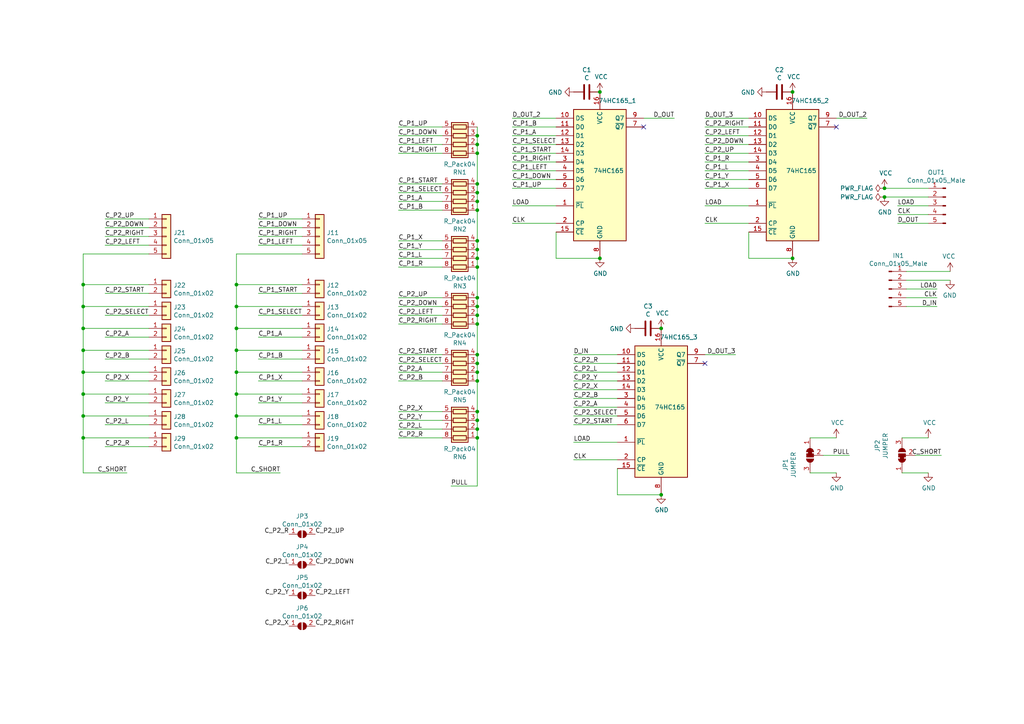
<source format=kicad_sch>
(kicad_sch (version 20211123) (generator eeschema)

  (uuid 983c426c-24e0-4c65-ab69-1f1824adc5c6)

  (paper "A4")

  (title_block
    (title "Joystick Input (JST Ver)")
    (rev "1")
    (company "Amos Home")
  )

  (lib_symbols
    (symbol "74xx:74HC165" (in_bom yes) (on_board yes)
      (property "Reference" "U" (id 0) (at -7.62 19.05 0)
        (effects (font (size 1.27 1.27)))
      )
      (property "Value" "74HC165" (id 1) (at -7.62 -21.59 0)
        (effects (font (size 1.27 1.27)))
      )
      (property "Footprint" "" (id 2) (at 0 0 0)
        (effects (font (size 1.27 1.27)) hide)
      )
      (property "Datasheet" "https://assets.nexperia.com/documents/data-sheet/74HC_HCT165.pdf" (id 3) (at 0 0 0)
        (effects (font (size 1.27 1.27)) hide)
      )
      (property "ki_keywords" "8 bit shift register parallel load cmos" (id 4) (at 0 0 0)
        (effects (font (size 1.27 1.27)) hide)
      )
      (property "ki_description" "Shift Register, 8-bit, Parallel Load" (id 5) (at 0 0 0)
        (effects (font (size 1.27 1.27)) hide)
      )
      (property "ki_fp_filters" "DIP?16* SO*16*3.9x9.9mm*P1.27mm* SSOP*16*5.3x6.2mm*P0.65mm* TSSOP*16*4.4x5mm*P0.65*" (id 6) (at 0 0 0)
        (effects (font (size 1.27 1.27)) hide)
      )
      (symbol "74HC165_1_0"
        (pin input line (at -12.7 -10.16 0) (length 5.08)
          (name "~{PL}" (effects (font (size 1.27 1.27))))
          (number "1" (effects (font (size 1.27 1.27))))
        )
        (pin input line (at -12.7 15.24 0) (length 5.08)
          (name "DS" (effects (font (size 1.27 1.27))))
          (number "10" (effects (font (size 1.27 1.27))))
        )
        (pin input line (at -12.7 12.7 0) (length 5.08)
          (name "D0" (effects (font (size 1.27 1.27))))
          (number "11" (effects (font (size 1.27 1.27))))
        )
        (pin input line (at -12.7 10.16 0) (length 5.08)
          (name "D1" (effects (font (size 1.27 1.27))))
          (number "12" (effects (font (size 1.27 1.27))))
        )
        (pin input line (at -12.7 7.62 0) (length 5.08)
          (name "D2" (effects (font (size 1.27 1.27))))
          (number "13" (effects (font (size 1.27 1.27))))
        )
        (pin input line (at -12.7 5.08 0) (length 5.08)
          (name "D3" (effects (font (size 1.27 1.27))))
          (number "14" (effects (font (size 1.27 1.27))))
        )
        (pin input line (at -12.7 -17.78 0) (length 5.08)
          (name "~{CE}" (effects (font (size 1.27 1.27))))
          (number "15" (effects (font (size 1.27 1.27))))
        )
        (pin power_in line (at 0 22.86 270) (length 5.08)
          (name "VCC" (effects (font (size 1.27 1.27))))
          (number "16" (effects (font (size 1.27 1.27))))
        )
        (pin input line (at -12.7 -15.24 0) (length 5.08)
          (name "CP" (effects (font (size 1.27 1.27))))
          (number "2" (effects (font (size 1.27 1.27))))
        )
        (pin input line (at -12.7 2.54 0) (length 5.08)
          (name "D4" (effects (font (size 1.27 1.27))))
          (number "3" (effects (font (size 1.27 1.27))))
        )
        (pin input line (at -12.7 0 0) (length 5.08)
          (name "D5" (effects (font (size 1.27 1.27))))
          (number "4" (effects (font (size 1.27 1.27))))
        )
        (pin input line (at -12.7 -2.54 0) (length 5.08)
          (name "D6" (effects (font (size 1.27 1.27))))
          (number "5" (effects (font (size 1.27 1.27))))
        )
        (pin input line (at -12.7 -5.08 0) (length 5.08)
          (name "D7" (effects (font (size 1.27 1.27))))
          (number "6" (effects (font (size 1.27 1.27))))
        )
        (pin output line (at 12.7 12.7 180) (length 5.08)
          (name "~{Q7}" (effects (font (size 1.27 1.27))))
          (number "7" (effects (font (size 1.27 1.27))))
        )
        (pin power_in line (at 0 -25.4 90) (length 5.08)
          (name "GND" (effects (font (size 1.27 1.27))))
          (number "8" (effects (font (size 1.27 1.27))))
        )
        (pin output line (at 12.7 15.24 180) (length 5.08)
          (name "Q7" (effects (font (size 1.27 1.27))))
          (number "9" (effects (font (size 1.27 1.27))))
        )
      )
      (symbol "74HC165_1_1"
        (rectangle (start -7.62 17.78) (end 7.62 -20.32)
          (stroke (width 0.254) (type default) (color 0 0 0 0))
          (fill (type background))
        )
      )
    )
    (symbol "Connector:Conn_01x05_Male" (pin_names (offset 1.016) hide) (in_bom yes) (on_board yes)
      (property "Reference" "J" (id 0) (at 0 7.62 0)
        (effects (font (size 1.27 1.27)))
      )
      (property "Value" "Conn_01x05_Male" (id 1) (at 0 -7.62 0)
        (effects (font (size 1.27 1.27)))
      )
      (property "Footprint" "" (id 2) (at 0 0 0)
        (effects (font (size 1.27 1.27)) hide)
      )
      (property "Datasheet" "~" (id 3) (at 0 0 0)
        (effects (font (size 1.27 1.27)) hide)
      )
      (property "ki_keywords" "connector" (id 4) (at 0 0 0)
        (effects (font (size 1.27 1.27)) hide)
      )
      (property "ki_description" "Generic connector, single row, 01x05, script generated (kicad-library-utils/schlib/autogen/connector/)" (id 5) (at 0 0 0)
        (effects (font (size 1.27 1.27)) hide)
      )
      (property "ki_fp_filters" "Connector*:*_1x??_*" (id 6) (at 0 0 0)
        (effects (font (size 1.27 1.27)) hide)
      )
      (symbol "Conn_01x05_Male_1_1"
        (polyline
          (pts
            (xy 1.27 -5.08)
            (xy 0.8636 -5.08)
          )
          (stroke (width 0.1524) (type default) (color 0 0 0 0))
          (fill (type none))
        )
        (polyline
          (pts
            (xy 1.27 -2.54)
            (xy 0.8636 -2.54)
          )
          (stroke (width 0.1524) (type default) (color 0 0 0 0))
          (fill (type none))
        )
        (polyline
          (pts
            (xy 1.27 0)
            (xy 0.8636 0)
          )
          (stroke (width 0.1524) (type default) (color 0 0 0 0))
          (fill (type none))
        )
        (polyline
          (pts
            (xy 1.27 2.54)
            (xy 0.8636 2.54)
          )
          (stroke (width 0.1524) (type default) (color 0 0 0 0))
          (fill (type none))
        )
        (polyline
          (pts
            (xy 1.27 5.08)
            (xy 0.8636 5.08)
          )
          (stroke (width 0.1524) (type default) (color 0 0 0 0))
          (fill (type none))
        )
        (rectangle (start 0.8636 -4.953) (end 0 -5.207)
          (stroke (width 0.1524) (type default) (color 0 0 0 0))
          (fill (type outline))
        )
        (rectangle (start 0.8636 -2.413) (end 0 -2.667)
          (stroke (width 0.1524) (type default) (color 0 0 0 0))
          (fill (type outline))
        )
        (rectangle (start 0.8636 0.127) (end 0 -0.127)
          (stroke (width 0.1524) (type default) (color 0 0 0 0))
          (fill (type outline))
        )
        (rectangle (start 0.8636 2.667) (end 0 2.413)
          (stroke (width 0.1524) (type default) (color 0 0 0 0))
          (fill (type outline))
        )
        (rectangle (start 0.8636 5.207) (end 0 4.953)
          (stroke (width 0.1524) (type default) (color 0 0 0 0))
          (fill (type outline))
        )
        (pin passive line (at 5.08 5.08 180) (length 3.81)
          (name "Pin_1" (effects (font (size 1.27 1.27))))
          (number "1" (effects (font (size 1.27 1.27))))
        )
        (pin passive line (at 5.08 2.54 180) (length 3.81)
          (name "Pin_2" (effects (font (size 1.27 1.27))))
          (number "2" (effects (font (size 1.27 1.27))))
        )
        (pin passive line (at 5.08 0 180) (length 3.81)
          (name "Pin_3" (effects (font (size 1.27 1.27))))
          (number "3" (effects (font (size 1.27 1.27))))
        )
        (pin passive line (at 5.08 -2.54 180) (length 3.81)
          (name "Pin_4" (effects (font (size 1.27 1.27))))
          (number "4" (effects (font (size 1.27 1.27))))
        )
        (pin passive line (at 5.08 -5.08 180) (length 3.81)
          (name "Pin_5" (effects (font (size 1.27 1.27))))
          (number "5" (effects (font (size 1.27 1.27))))
        )
      )
    )
    (symbol "Connector_Generic:Conn_01x02" (pin_names (offset 1.016) hide) (in_bom yes) (on_board yes)
      (property "Reference" "J" (id 0) (at 0 2.54 0)
        (effects (font (size 1.27 1.27)))
      )
      (property "Value" "Conn_01x02" (id 1) (at 0 -5.08 0)
        (effects (font (size 1.27 1.27)))
      )
      (property "Footprint" "" (id 2) (at 0 0 0)
        (effects (font (size 1.27 1.27)) hide)
      )
      (property "Datasheet" "~" (id 3) (at 0 0 0)
        (effects (font (size 1.27 1.27)) hide)
      )
      (property "ki_keywords" "connector" (id 4) (at 0 0 0)
        (effects (font (size 1.27 1.27)) hide)
      )
      (property "ki_description" "Generic connector, single row, 01x02, script generated (kicad-library-utils/schlib/autogen/connector/)" (id 5) (at 0 0 0)
        (effects (font (size 1.27 1.27)) hide)
      )
      (property "ki_fp_filters" "Connector*:*_1x??_*" (id 6) (at 0 0 0)
        (effects (font (size 1.27 1.27)) hide)
      )
      (symbol "Conn_01x02_1_1"
        (rectangle (start -1.27 -2.413) (end 0 -2.667)
          (stroke (width 0.1524) (type default) (color 0 0 0 0))
          (fill (type none))
        )
        (rectangle (start -1.27 0.127) (end 0 -0.127)
          (stroke (width 0.1524) (type default) (color 0 0 0 0))
          (fill (type none))
        )
        (rectangle (start -1.27 1.27) (end 1.27 -3.81)
          (stroke (width 0.254) (type default) (color 0 0 0 0))
          (fill (type background))
        )
        (pin passive line (at -5.08 0 0) (length 3.81)
          (name "Pin_1" (effects (font (size 1.27 1.27))))
          (number "1" (effects (font (size 1.27 1.27))))
        )
        (pin passive line (at -5.08 -2.54 0) (length 3.81)
          (name "Pin_2" (effects (font (size 1.27 1.27))))
          (number "2" (effects (font (size 1.27 1.27))))
        )
      )
    )
    (symbol "Connector_Generic:Conn_01x05" (pin_names (offset 1.016) hide) (in_bom yes) (on_board yes)
      (property "Reference" "J" (id 0) (at 0 7.62 0)
        (effects (font (size 1.27 1.27)))
      )
      (property "Value" "Conn_01x05" (id 1) (at 0 -7.62 0)
        (effects (font (size 1.27 1.27)))
      )
      (property "Footprint" "" (id 2) (at 0 0 0)
        (effects (font (size 1.27 1.27)) hide)
      )
      (property "Datasheet" "~" (id 3) (at 0 0 0)
        (effects (font (size 1.27 1.27)) hide)
      )
      (property "ki_keywords" "connector" (id 4) (at 0 0 0)
        (effects (font (size 1.27 1.27)) hide)
      )
      (property "ki_description" "Generic connector, single row, 01x05, script generated (kicad-library-utils/schlib/autogen/connector/)" (id 5) (at 0 0 0)
        (effects (font (size 1.27 1.27)) hide)
      )
      (property "ki_fp_filters" "Connector*:*_1x??_*" (id 6) (at 0 0 0)
        (effects (font (size 1.27 1.27)) hide)
      )
      (symbol "Conn_01x05_1_1"
        (rectangle (start -1.27 -4.953) (end 0 -5.207)
          (stroke (width 0.1524) (type default) (color 0 0 0 0))
          (fill (type none))
        )
        (rectangle (start -1.27 -2.413) (end 0 -2.667)
          (stroke (width 0.1524) (type default) (color 0 0 0 0))
          (fill (type none))
        )
        (rectangle (start -1.27 0.127) (end 0 -0.127)
          (stroke (width 0.1524) (type default) (color 0 0 0 0))
          (fill (type none))
        )
        (rectangle (start -1.27 2.667) (end 0 2.413)
          (stroke (width 0.1524) (type default) (color 0 0 0 0))
          (fill (type none))
        )
        (rectangle (start -1.27 5.207) (end 0 4.953)
          (stroke (width 0.1524) (type default) (color 0 0 0 0))
          (fill (type none))
        )
        (rectangle (start -1.27 6.35) (end 1.27 -6.35)
          (stroke (width 0.254) (type default) (color 0 0 0 0))
          (fill (type background))
        )
        (pin passive line (at -5.08 5.08 0) (length 3.81)
          (name "Pin_1" (effects (font (size 1.27 1.27))))
          (number "1" (effects (font (size 1.27 1.27))))
        )
        (pin passive line (at -5.08 2.54 0) (length 3.81)
          (name "Pin_2" (effects (font (size 1.27 1.27))))
          (number "2" (effects (font (size 1.27 1.27))))
        )
        (pin passive line (at -5.08 0 0) (length 3.81)
          (name "Pin_3" (effects (font (size 1.27 1.27))))
          (number "3" (effects (font (size 1.27 1.27))))
        )
        (pin passive line (at -5.08 -2.54 0) (length 3.81)
          (name "Pin_4" (effects (font (size 1.27 1.27))))
          (number "4" (effects (font (size 1.27 1.27))))
        )
        (pin passive line (at -5.08 -5.08 0) (length 3.81)
          (name "Pin_5" (effects (font (size 1.27 1.27))))
          (number "5" (effects (font (size 1.27 1.27))))
        )
      )
    )
    (symbol "Device:C" (pin_numbers hide) (pin_names (offset 0.254)) (in_bom yes) (on_board yes)
      (property "Reference" "C" (id 0) (at 0.635 2.54 0)
        (effects (font (size 1.27 1.27)) (justify left))
      )
      (property "Value" "C" (id 1) (at 0.635 -2.54 0)
        (effects (font (size 1.27 1.27)) (justify left))
      )
      (property "Footprint" "" (id 2) (at 0.9652 -3.81 0)
        (effects (font (size 1.27 1.27)) hide)
      )
      (property "Datasheet" "~" (id 3) (at 0 0 0)
        (effects (font (size 1.27 1.27)) hide)
      )
      (property "ki_keywords" "cap capacitor" (id 4) (at 0 0 0)
        (effects (font (size 1.27 1.27)) hide)
      )
      (property "ki_description" "Unpolarized capacitor" (id 5) (at 0 0 0)
        (effects (font (size 1.27 1.27)) hide)
      )
      (property "ki_fp_filters" "C_*" (id 6) (at 0 0 0)
        (effects (font (size 1.27 1.27)) hide)
      )
      (symbol "C_0_1"
        (polyline
          (pts
            (xy -2.032 -0.762)
            (xy 2.032 -0.762)
          )
          (stroke (width 0.508) (type default) (color 0 0 0 0))
          (fill (type none))
        )
        (polyline
          (pts
            (xy -2.032 0.762)
            (xy 2.032 0.762)
          )
          (stroke (width 0.508) (type default) (color 0 0 0 0))
          (fill (type none))
        )
      )
      (symbol "C_1_1"
        (pin passive line (at 0 3.81 270) (length 2.794)
          (name "~" (effects (font (size 1.27 1.27))))
          (number "1" (effects (font (size 1.27 1.27))))
        )
        (pin passive line (at 0 -3.81 90) (length 2.794)
          (name "~" (effects (font (size 1.27 1.27))))
          (number "2" (effects (font (size 1.27 1.27))))
        )
      )
    )
    (symbol "Device:R_Pack04" (pin_names (offset 0) hide) (in_bom yes) (on_board yes)
      (property "Reference" "RN" (id 0) (at -7.62 0 90)
        (effects (font (size 1.27 1.27)))
      )
      (property "Value" "R_Pack04" (id 1) (at 5.08 0 90)
        (effects (font (size 1.27 1.27)))
      )
      (property "Footprint" "" (id 2) (at 6.985 0 90)
        (effects (font (size 1.27 1.27)) hide)
      )
      (property "Datasheet" "~" (id 3) (at 0 0 0)
        (effects (font (size 1.27 1.27)) hide)
      )
      (property "ki_keywords" "R network parallel topology isolated" (id 4) (at 0 0 0)
        (effects (font (size 1.27 1.27)) hide)
      )
      (property "ki_description" "4 resistor network, parallel topology" (id 5) (at 0 0 0)
        (effects (font (size 1.27 1.27)) hide)
      )
      (property "ki_fp_filters" "DIP* SOIC* R*Array*Concave* R*Array*Convex*" (id 6) (at 0 0 0)
        (effects (font (size 1.27 1.27)) hide)
      )
      (symbol "R_Pack04_0_1"
        (rectangle (start -6.35 -2.413) (end 3.81 2.413)
          (stroke (width 0.254) (type default) (color 0 0 0 0))
          (fill (type background))
        )
        (rectangle (start -5.715 1.905) (end -4.445 -1.905)
          (stroke (width 0.254) (type default) (color 0 0 0 0))
          (fill (type none))
        )
        (rectangle (start -3.175 1.905) (end -1.905 -1.905)
          (stroke (width 0.254) (type default) (color 0 0 0 0))
          (fill (type none))
        )
        (rectangle (start -0.635 1.905) (end 0.635 -1.905)
          (stroke (width 0.254) (type default) (color 0 0 0 0))
          (fill (type none))
        )
        (polyline
          (pts
            (xy -5.08 -2.54)
            (xy -5.08 -1.905)
          )
          (stroke (width 0) (type default) (color 0 0 0 0))
          (fill (type none))
        )
        (polyline
          (pts
            (xy -5.08 1.905)
            (xy -5.08 2.54)
          )
          (stroke (width 0) (type default) (color 0 0 0 0))
          (fill (type none))
        )
        (polyline
          (pts
            (xy -2.54 -2.54)
            (xy -2.54 -1.905)
          )
          (stroke (width 0) (type default) (color 0 0 0 0))
          (fill (type none))
        )
        (polyline
          (pts
            (xy -2.54 1.905)
            (xy -2.54 2.54)
          )
          (stroke (width 0) (type default) (color 0 0 0 0))
          (fill (type none))
        )
        (polyline
          (pts
            (xy 0 -2.54)
            (xy 0 -1.905)
          )
          (stroke (width 0) (type default) (color 0 0 0 0))
          (fill (type none))
        )
        (polyline
          (pts
            (xy 0 1.905)
            (xy 0 2.54)
          )
          (stroke (width 0) (type default) (color 0 0 0 0))
          (fill (type none))
        )
        (polyline
          (pts
            (xy 2.54 -2.54)
            (xy 2.54 -1.905)
          )
          (stroke (width 0) (type default) (color 0 0 0 0))
          (fill (type none))
        )
        (polyline
          (pts
            (xy 2.54 1.905)
            (xy 2.54 2.54)
          )
          (stroke (width 0) (type default) (color 0 0 0 0))
          (fill (type none))
        )
        (rectangle (start 1.905 1.905) (end 3.175 -1.905)
          (stroke (width 0.254) (type default) (color 0 0 0 0))
          (fill (type none))
        )
      )
      (symbol "R_Pack04_1_1"
        (pin passive line (at -5.08 -5.08 90) (length 2.54)
          (name "R1.1" (effects (font (size 1.27 1.27))))
          (number "1" (effects (font (size 1.27 1.27))))
        )
        (pin passive line (at -2.54 -5.08 90) (length 2.54)
          (name "R2.1" (effects (font (size 1.27 1.27))))
          (number "2" (effects (font (size 1.27 1.27))))
        )
        (pin passive line (at 0 -5.08 90) (length 2.54)
          (name "R3.1" (effects (font (size 1.27 1.27))))
          (number "3" (effects (font (size 1.27 1.27))))
        )
        (pin passive line (at 2.54 -5.08 90) (length 2.54)
          (name "R4.1" (effects (font (size 1.27 1.27))))
          (number "4" (effects (font (size 1.27 1.27))))
        )
        (pin passive line (at 2.54 5.08 270) (length 2.54)
          (name "R4.2" (effects (font (size 1.27 1.27))))
          (number "5" (effects (font (size 1.27 1.27))))
        )
        (pin passive line (at 0 5.08 270) (length 2.54)
          (name "R3.2" (effects (font (size 1.27 1.27))))
          (number "6" (effects (font (size 1.27 1.27))))
        )
        (pin passive line (at -2.54 5.08 270) (length 2.54)
          (name "R2.2" (effects (font (size 1.27 1.27))))
          (number "7" (effects (font (size 1.27 1.27))))
        )
        (pin passive line (at -5.08 5.08 270) (length 2.54)
          (name "R1.2" (effects (font (size 1.27 1.27))))
          (number "8" (effects (font (size 1.27 1.27))))
        )
      )
    )
    (symbol "Jumper:SolderJumper_2_Open" (pin_names (offset 0) hide) (in_bom yes) (on_board yes)
      (property "Reference" "JP" (id 0) (at 0 2.032 0)
        (effects (font (size 1.27 1.27)))
      )
      (property "Value" "SolderJumper_2_Open" (id 1) (at 0 -2.54 0)
        (effects (font (size 1.27 1.27)))
      )
      (property "Footprint" "" (id 2) (at 0 0 0)
        (effects (font (size 1.27 1.27)) hide)
      )
      (property "Datasheet" "~" (id 3) (at 0 0 0)
        (effects (font (size 1.27 1.27)) hide)
      )
      (property "ki_keywords" "solder jumper SPST" (id 4) (at 0 0 0)
        (effects (font (size 1.27 1.27)) hide)
      )
      (property "ki_description" "Solder Jumper, 2-pole, open" (id 5) (at 0 0 0)
        (effects (font (size 1.27 1.27)) hide)
      )
      (property "ki_fp_filters" "SolderJumper*Open*" (id 6) (at 0 0 0)
        (effects (font (size 1.27 1.27)) hide)
      )
      (symbol "SolderJumper_2_Open_0_1"
        (arc (start -0.254 1.016) (mid -1.27 0) (end -0.254 -1.016)
          (stroke (width 0) (type default) (color 0 0 0 0))
          (fill (type none))
        )
        (arc (start -0.254 1.016) (mid -1.27 0) (end -0.254 -1.016)
          (stroke (width 0) (type default) (color 0 0 0 0))
          (fill (type outline))
        )
        (polyline
          (pts
            (xy -0.254 1.016)
            (xy -0.254 -1.016)
          )
          (stroke (width 0) (type default) (color 0 0 0 0))
          (fill (type none))
        )
        (polyline
          (pts
            (xy 0.254 1.016)
            (xy 0.254 -1.016)
          )
          (stroke (width 0) (type default) (color 0 0 0 0))
          (fill (type none))
        )
        (arc (start 0.254 -1.016) (mid 1.27 0) (end 0.254 1.016)
          (stroke (width 0) (type default) (color 0 0 0 0))
          (fill (type none))
        )
        (arc (start 0.254 -1.016) (mid 1.27 0) (end 0.254 1.016)
          (stroke (width 0) (type default) (color 0 0 0 0))
          (fill (type outline))
        )
      )
      (symbol "SolderJumper_2_Open_1_1"
        (pin passive line (at -3.81 0 0) (length 2.54)
          (name "A" (effects (font (size 1.27 1.27))))
          (number "1" (effects (font (size 1.27 1.27))))
        )
        (pin passive line (at 3.81 0 180) (length 2.54)
          (name "B" (effects (font (size 1.27 1.27))))
          (number "2" (effects (font (size 1.27 1.27))))
        )
      )
    )
    (symbol "Jumper:SolderJumper_3_Bridged12" (pin_names (offset 0) hide) (in_bom yes) (on_board yes)
      (property "Reference" "JP" (id 0) (at -2.54 -2.54 0)
        (effects (font (size 1.27 1.27)))
      )
      (property "Value" "SolderJumper_3_Bridged12" (id 1) (at 0 2.794 0)
        (effects (font (size 1.27 1.27)))
      )
      (property "Footprint" "" (id 2) (at 0 0 0)
        (effects (font (size 1.27 1.27)) hide)
      )
      (property "Datasheet" "~" (id 3) (at 0 0 0)
        (effects (font (size 1.27 1.27)) hide)
      )
      (property "ki_keywords" "Solder Jumper SPDT" (id 4) (at 0 0 0)
        (effects (font (size 1.27 1.27)) hide)
      )
      (property "ki_description" "3-pole Solder Jumper, pins 1+2 closed/bridged" (id 5) (at 0 0 0)
        (effects (font (size 1.27 1.27)) hide)
      )
      (property "ki_fp_filters" "SolderJumper*Bridged12*" (id 6) (at 0 0 0)
        (effects (font (size 1.27 1.27)) hide)
      )
      (symbol "SolderJumper_3_Bridged12_0_1"
        (rectangle (start -1.016 0.508) (end -0.508 -0.508)
          (stroke (width 0) (type default) (color 0 0 0 0))
          (fill (type outline))
        )
        (arc (start -1.016 1.016) (mid -2.032 0) (end -1.016 -1.016)
          (stroke (width 0) (type default) (color 0 0 0 0))
          (fill (type none))
        )
        (arc (start -1.016 1.016) (mid -2.032 0) (end -1.016 -1.016)
          (stroke (width 0) (type default) (color 0 0 0 0))
          (fill (type outline))
        )
        (rectangle (start -0.508 1.016) (end 0.508 -1.016)
          (stroke (width 0) (type default) (color 0 0 0 0))
          (fill (type outline))
        )
        (polyline
          (pts
            (xy -2.54 0)
            (xy -2.032 0)
          )
          (stroke (width 0) (type default) (color 0 0 0 0))
          (fill (type none))
        )
        (polyline
          (pts
            (xy -1.016 1.016)
            (xy -1.016 -1.016)
          )
          (stroke (width 0) (type default) (color 0 0 0 0))
          (fill (type none))
        )
        (polyline
          (pts
            (xy 0 -1.27)
            (xy 0 -1.016)
          )
          (stroke (width 0) (type default) (color 0 0 0 0))
          (fill (type none))
        )
        (polyline
          (pts
            (xy 1.016 1.016)
            (xy 1.016 -1.016)
          )
          (stroke (width 0) (type default) (color 0 0 0 0))
          (fill (type none))
        )
        (polyline
          (pts
            (xy 2.54 0)
            (xy 2.032 0)
          )
          (stroke (width 0) (type default) (color 0 0 0 0))
          (fill (type none))
        )
        (arc (start 1.016 -1.016) (mid 2.032 0) (end 1.016 1.016)
          (stroke (width 0) (type default) (color 0 0 0 0))
          (fill (type none))
        )
        (arc (start 1.016 -1.016) (mid 2.032 0) (end 1.016 1.016)
          (stroke (width 0) (type default) (color 0 0 0 0))
          (fill (type outline))
        )
      )
      (symbol "SolderJumper_3_Bridged12_1_1"
        (pin passive line (at -5.08 0 0) (length 2.54)
          (name "A" (effects (font (size 1.27 1.27))))
          (number "1" (effects (font (size 1.27 1.27))))
        )
        (pin passive line (at 0 -3.81 90) (length 2.54)
          (name "C" (effects (font (size 1.27 1.27))))
          (number "2" (effects (font (size 1.27 1.27))))
        )
        (pin passive line (at 5.08 0 180) (length 2.54)
          (name "B" (effects (font (size 1.27 1.27))))
          (number "3" (effects (font (size 1.27 1.27))))
        )
      )
    )
    (symbol "power:GND" (power) (pin_names (offset 0)) (in_bom yes) (on_board yes)
      (property "Reference" "#PWR" (id 0) (at 0 -6.35 0)
        (effects (font (size 1.27 1.27)) hide)
      )
      (property "Value" "GND" (id 1) (at 0 -3.81 0)
        (effects (font (size 1.27 1.27)))
      )
      (property "Footprint" "" (id 2) (at 0 0 0)
        (effects (font (size 1.27 1.27)) hide)
      )
      (property "Datasheet" "" (id 3) (at 0 0 0)
        (effects (font (size 1.27 1.27)) hide)
      )
      (property "ki_keywords" "power-flag" (id 4) (at 0 0 0)
        (effects (font (size 1.27 1.27)) hide)
      )
      (property "ki_description" "Power symbol creates a global label with name \"GND\" , ground" (id 5) (at 0 0 0)
        (effects (font (size 1.27 1.27)) hide)
      )
      (symbol "GND_0_1"
        (polyline
          (pts
            (xy 0 0)
            (xy 0 -1.27)
            (xy 1.27 -1.27)
            (xy 0 -2.54)
            (xy -1.27 -1.27)
            (xy 0 -1.27)
          )
          (stroke (width 0) (type default) (color 0 0 0 0))
          (fill (type none))
        )
      )
      (symbol "GND_1_1"
        (pin power_in line (at 0 0 270) (length 0) hide
          (name "GND" (effects (font (size 1.27 1.27))))
          (number "1" (effects (font (size 1.27 1.27))))
        )
      )
    )
    (symbol "power:PWR_FLAG" (power) (pin_numbers hide) (pin_names (offset 0) hide) (in_bom yes) (on_board yes)
      (property "Reference" "#FLG" (id 0) (at 0 1.905 0)
        (effects (font (size 1.27 1.27)) hide)
      )
      (property "Value" "PWR_FLAG" (id 1) (at 0 3.81 0)
        (effects (font (size 1.27 1.27)))
      )
      (property "Footprint" "" (id 2) (at 0 0 0)
        (effects (font (size 1.27 1.27)) hide)
      )
      (property "Datasheet" "~" (id 3) (at 0 0 0)
        (effects (font (size 1.27 1.27)) hide)
      )
      (property "ki_keywords" "power-flag" (id 4) (at 0 0 0)
        (effects (font (size 1.27 1.27)) hide)
      )
      (property "ki_description" "Special symbol for telling ERC where power comes from" (id 5) (at 0 0 0)
        (effects (font (size 1.27 1.27)) hide)
      )
      (symbol "PWR_FLAG_0_0"
        (pin power_out line (at 0 0 90) (length 0)
          (name "pwr" (effects (font (size 1.27 1.27))))
          (number "1" (effects (font (size 1.27 1.27))))
        )
      )
      (symbol "PWR_FLAG_0_1"
        (polyline
          (pts
            (xy 0 0)
            (xy 0 1.27)
            (xy -1.016 1.905)
            (xy 0 2.54)
            (xy 1.016 1.905)
            (xy 0 1.27)
          )
          (stroke (width 0) (type default) (color 0 0 0 0))
          (fill (type none))
        )
      )
    )
    (symbol "power:VCC" (power) (pin_names (offset 0)) (in_bom yes) (on_board yes)
      (property "Reference" "#PWR" (id 0) (at 0 -3.81 0)
        (effects (font (size 1.27 1.27)) hide)
      )
      (property "Value" "VCC" (id 1) (at 0 3.81 0)
        (effects (font (size 1.27 1.27)))
      )
      (property "Footprint" "" (id 2) (at 0 0 0)
        (effects (font (size 1.27 1.27)) hide)
      )
      (property "Datasheet" "" (id 3) (at 0 0 0)
        (effects (font (size 1.27 1.27)) hide)
      )
      (property "ki_keywords" "power-flag" (id 4) (at 0 0 0)
        (effects (font (size 1.27 1.27)) hide)
      )
      (property "ki_description" "Power symbol creates a global label with name \"VCC\"" (id 5) (at 0 0 0)
        (effects (font (size 1.27 1.27)) hide)
      )
      (symbol "VCC_0_1"
        (polyline
          (pts
            (xy -0.762 1.27)
            (xy 0 2.54)
          )
          (stroke (width 0) (type default) (color 0 0 0 0))
          (fill (type none))
        )
        (polyline
          (pts
            (xy 0 0)
            (xy 0 2.54)
          )
          (stroke (width 0) (type default) (color 0 0 0 0))
          (fill (type none))
        )
        (polyline
          (pts
            (xy 0 2.54)
            (xy 0.762 1.27)
          )
          (stroke (width 0) (type default) (color 0 0 0 0))
          (fill (type none))
        )
      )
      (symbol "VCC_1_1"
        (pin power_in line (at 0 0 90) (length 0) hide
          (name "VCC" (effects (font (size 1.27 1.27))))
          (number "1" (effects (font (size 1.27 1.27))))
        )
      )
    )
  )

  (junction (at 173.99 74.93) (diameter 0) (color 0 0 0 0)
    (uuid 003c2200-0632-4808-a662-8ddd5d30c768)
  )
  (junction (at 68.58 82.55) (diameter 0) (color 0 0 0 0)
    (uuid 011ee658-718d-416a-85fd-961729cd1ee5)
  )
  (junction (at 138.43 60.96) (diameter 0) (color 0 0 0 0)
    (uuid 173f6f06-e7d0-42ac-ab03-ce6b79b9eeee)
  )
  (junction (at 138.43 124.46) (diameter 0) (color 0 0 0 0)
    (uuid 18b7e157-ae67-48ad-bd7c-9fef6fe45b22)
  )
  (junction (at 68.58 114.3) (diameter 0) (color 0 0 0 0)
    (uuid 18c61c95-8af1-4986-b67e-c7af9c15ab6b)
  )
  (junction (at 68.58 127) (diameter 0) (color 0 0 0 0)
    (uuid 2035ea48-3ef5-4d7f-8c3c-50981b30c89a)
  )
  (junction (at 24.13 107.95) (diameter 0) (color 0 0 0 0)
    (uuid 22bb6c80-05a9-4d89-98b0-f4c23fe6c1ce)
  )
  (junction (at 138.43 88.9) (diameter 0) (color 0 0 0 0)
    (uuid 29e058a7-50a3-43e5-81c3-bfee53da08be)
  )
  (junction (at 24.13 101.6) (diameter 0) (color 0 0 0 0)
    (uuid 2db910a0-b943-40b4-b81f-068ba5265f56)
  )
  (junction (at 68.58 120.65) (diameter 0) (color 0 0 0 0)
    (uuid 2e90e294-82e1-45da-9bf1-b91dfe0dc8f6)
  )
  (junction (at 24.13 95.25) (diameter 0) (color 0 0 0 0)
    (uuid 30c33e3e-fb78-498d-bffe-76273d527004)
  )
  (junction (at 24.13 127) (diameter 0) (color 0 0 0 0)
    (uuid 3f8a5430-68a9-4732-9b89-4e00dd8ae219)
  )
  (junction (at 138.43 86.36) (diameter 0) (color 0 0 0 0)
    (uuid 3fd54105-4b7e-4004-9801-76ec66108a22)
  )
  (junction (at 229.87 74.93) (diameter 0) (color 0 0 0 0)
    (uuid 4a4ec8d9-3d72-4952-83d4-808f65849a2b)
  )
  (junction (at 68.58 107.95) (diameter 0) (color 0 0 0 0)
    (uuid 4e27930e-1827-4788-aa6b-487321d46602)
  )
  (junction (at 24.13 88.9) (diameter 0) (color 0 0 0 0)
    (uuid 57276367-9ce4-4738-88d7-6e8cb94c966c)
  )
  (junction (at 68.58 95.25) (diameter 0) (color 0 0 0 0)
    (uuid 593b8647-0095-46cc-ba23-3cf2a86edb5e)
  )
  (junction (at 138.43 91.44) (diameter 0) (color 0 0 0 0)
    (uuid 5cf2db29-f7ab-499a-9907-cdeba64bf0f3)
  )
  (junction (at 138.43 127) (diameter 0) (color 0 0 0 0)
    (uuid 5fc9acb6-6dbb-4598-825b-4b9e7c4c67c4)
  )
  (junction (at 256.54 57.15) (diameter 0) (color 0 0 0 0)
    (uuid 6475547d-3216-45a4-a15c-48314f1dd0f9)
  )
  (junction (at 138.43 39.37) (diameter 0) (color 0 0 0 0)
    (uuid 6bf05d19-ba3e-4ba6-8a6f-4e0bc45ea3b2)
  )
  (junction (at 256.54 54.61) (diameter 0) (color 0 0 0 0)
    (uuid 6bfe5804-2ef9-4c65-b2a7-f01e4014370a)
  )
  (junction (at 68.58 88.9) (diameter 0) (color 0 0 0 0)
    (uuid 7a74c4b1-6243-4a12-85a2-bc41d346e7aa)
  )
  (junction (at 138.43 44.45) (diameter 0) (color 0 0 0 0)
    (uuid 7afa54c4-2181-41d3-81f7-39efc497ecae)
  )
  (junction (at 138.43 102.87) (diameter 0) (color 0 0 0 0)
    (uuid 7b044939-8c4d-444f-b9e0-a15fcdeb5a86)
  )
  (junction (at 138.43 105.41) (diameter 0) (color 0 0 0 0)
    (uuid 7e0a03ae-d054-4f76-a131-5c09b8dc1636)
  )
  (junction (at 191.77 95.25) (diameter 0) (color 0 0 0 0)
    (uuid 8087f566-a94d-4bbc-985b-e49ee7762296)
  )
  (junction (at 138.43 74.93) (diameter 0) (color 0 0 0 0)
    (uuid 82be7aae-5d06-4178-8c3e-98760c41b054)
  )
  (junction (at 138.43 58.42) (diameter 0) (color 0 0 0 0)
    (uuid 8c0807a7-765b-4fa5-baaa-e09a2b610e6b)
  )
  (junction (at 138.43 110.49) (diameter 0) (color 0 0 0 0)
    (uuid 8d0c1d66-35ef-4a53-a28f-436a11b54f42)
  )
  (junction (at 138.43 107.95) (diameter 0) (color 0 0 0 0)
    (uuid 9193c41e-d425-447d-b95c-6986d66ea01c)
  )
  (junction (at 138.43 72.39) (diameter 0) (color 0 0 0 0)
    (uuid 935f462d-8b1e-4005-9f1e-17f537ab1756)
  )
  (junction (at 138.43 41.91) (diameter 0) (color 0 0 0 0)
    (uuid b7867831-ef82-4f33-a926-59e5c1c09b91)
  )
  (junction (at 138.43 55.88) (diameter 0) (color 0 0 0 0)
    (uuid bd9595a1-04f3-4fda-8f1b-e65ad874edd3)
  )
  (junction (at 68.58 101.6) (diameter 0) (color 0 0 0 0)
    (uuid bde95c06-433a-4c03-bc48-e3abcdb4e054)
  )
  (junction (at 24.13 82.55) (diameter 0) (color 0 0 0 0)
    (uuid c9b9e62d-dede-4d1a-9a05-275614f8bdb2)
  )
  (junction (at 173.99 26.67) (diameter 0) (color 0 0 0 0)
    (uuid ca5a4651-0d1d-441b-b17d-01518ef3b656)
  )
  (junction (at 138.43 69.85) (diameter 0) (color 0 0 0 0)
    (uuid cb16d05e-318b-4e51-867b-70d791d75bea)
  )
  (junction (at 138.43 119.38) (diameter 0) (color 0 0 0 0)
    (uuid e4aa537c-eb9d-4dbb-ac87-fae46af42391)
  )
  (junction (at 138.43 121.92) (diameter 0) (color 0 0 0 0)
    (uuid e4d2f565-25a0-48c6-be59-f4bf31ad2558)
  )
  (junction (at 138.43 77.47) (diameter 0) (color 0 0 0 0)
    (uuid e65b62be-e01b-4688-a999-1d1be370c4ae)
  )
  (junction (at 138.43 53.34) (diameter 0) (color 0 0 0 0)
    (uuid ebd06df3-d52b-4cff-99a2-a771df6d3733)
  )
  (junction (at 229.87 26.67) (diameter 0) (color 0 0 0 0)
    (uuid ee41cb8e-512d-41d2-81e1-3c50fff32aeb)
  )
  (junction (at 24.13 114.3) (diameter 0) (color 0 0 0 0)
    (uuid eed466bf-cd88-4860-9abf-41a594ca08bd)
  )
  (junction (at 191.77 143.51) (diameter 0) (color 0 0 0 0)
    (uuid f202141e-c20d-4cac-b016-06a44f2ecce8)
  )
  (junction (at 24.13 120.65) (diameter 0) (color 0 0 0 0)
    (uuid f64497d1-1d62-44a4-8e5e-6fba4ebc969a)
  )
  (junction (at 138.43 93.98) (diameter 0) (color 0 0 0 0)
    (uuid feb26ecb-9193-46ea-a41b-d09305bf0a3e)
  )

  (no_connect (at 242.57 36.83) (uuid 63ff1c93-3f96-4c33-b498-5dd8c33bccc0))
  (no_connect (at 204.47 105.41) (uuid 6c2d26bc-6eca-436c-8025-79f817bf57d6))
  (no_connect (at 186.69 36.83) (uuid b88717bd-086f-46cd-9d3f-0396009d0996))

  (wire (pts (xy 68.58 120.65) (xy 87.63 120.65))
    (stroke (width 0) (type default) (color 0 0 0 0))
    (uuid 00e38d63-5436-49db-81f5-697421f168fc)
  )
  (wire (pts (xy 138.43 93.98) (xy 138.43 102.87))
    (stroke (width 0) (type default) (color 0 0 0 0))
    (uuid 0325ec43-0390-4ae2-b055-b1ec6ce17b1c)
  )
  (wire (pts (xy 87.63 85.09) (xy 74.93 85.09))
    (stroke (width 0) (type default) (color 0 0 0 0))
    (uuid 0520f61d-4522-4301-a3fa-8ed0bf060f69)
  )
  (wire (pts (xy 138.43 69.85) (xy 138.43 72.39))
    (stroke (width 0) (type default) (color 0 0 0 0))
    (uuid 057af6bb-cf6f-4bfb-b0c0-2e92a2c09a47)
  )
  (wire (pts (xy 128.27 36.83) (xy 115.57 36.83))
    (stroke (width 0) (type default) (color 0 0 0 0))
    (uuid 071522c0-d0ed-49b9-906e-6295f67fb0dc)
  )
  (wire (pts (xy 229.87 74.93) (xy 217.17 74.93))
    (stroke (width 0) (type default) (color 0 0 0 0))
    (uuid 08a7c925-7fae-4530-b0c9-120e185cb318)
  )
  (wire (pts (xy 138.43 124.46) (xy 138.43 127))
    (stroke (width 0) (type default) (color 0 0 0 0))
    (uuid 0f31f11f-c374-4640-b9a4-07bbdba8d354)
  )
  (wire (pts (xy 43.18 85.09) (xy 30.48 85.09))
    (stroke (width 0) (type default) (color 0 0 0 0))
    (uuid 0fd35a3e-b394-4aae-875a-fac843f9cbb7)
  )
  (wire (pts (xy 269.24 59.69) (xy 260.35 59.69))
    (stroke (width 0) (type default) (color 0 0 0 0))
    (uuid 0ff508fd-18da-4ab7-9844-3c8a28c2587e)
  )
  (wire (pts (xy 148.59 46.99) (xy 161.29 46.99))
    (stroke (width 0) (type default) (color 0 0 0 0))
    (uuid 12422a89-3d0c-485c-9386-f77121fd68fd)
  )
  (wire (pts (xy 87.63 97.79) (xy 74.93 97.79))
    (stroke (width 0) (type default) (color 0 0 0 0))
    (uuid 143ed874-a01f-4ced-ba4e-bbb66ddd1f70)
  )
  (wire (pts (xy 166.37 113.03) (xy 179.07 113.03))
    (stroke (width 0) (type default) (color 0 0 0 0))
    (uuid 14769dc5-8525-4984-8b15-a734ee247efa)
  )
  (wire (pts (xy 68.58 88.9) (xy 87.63 88.9))
    (stroke (width 0) (type default) (color 0 0 0 0))
    (uuid 155b0b7c-70b4-4a26-a550-bac13cab0aa4)
  )
  (wire (pts (xy 24.13 88.9) (xy 43.18 88.9))
    (stroke (width 0) (type default) (color 0 0 0 0))
    (uuid 180245d9-4a3f-4d1b-adcc-b4eafac722e0)
  )
  (wire (pts (xy 179.07 135.89) (xy 179.07 143.51))
    (stroke (width 0) (type default) (color 0 0 0 0))
    (uuid 182b2d54-931d-49d6-9f39-60a752623e36)
  )
  (wire (pts (xy 166.37 115.57) (xy 179.07 115.57))
    (stroke (width 0) (type default) (color 0 0 0 0))
    (uuid 19c56563-5fe3-442a-885b-418dbc2421eb)
  )
  (wire (pts (xy 148.59 41.91) (xy 161.29 41.91))
    (stroke (width 0) (type default) (color 0 0 0 0))
    (uuid 1a6d2848-e78e-49fe-8978-e1890f07836f)
  )
  (wire (pts (xy 204.47 52.07) (xy 217.17 52.07))
    (stroke (width 0) (type default) (color 0 0 0 0))
    (uuid 1e8701fc-ad24-40ea-846a-e3db538d6077)
  )
  (wire (pts (xy 68.58 73.66) (xy 87.63 73.66))
    (stroke (width 0) (type default) (color 0 0 0 0))
    (uuid 1fa508ef-df83-4c99-846b-9acf535b3ad9)
  )
  (wire (pts (xy 43.18 66.04) (xy 30.48 66.04))
    (stroke (width 0) (type default) (color 0 0 0 0))
    (uuid 1fbb0219-551e-409b-a61b-76e8cebdfb9d)
  )
  (wire (pts (xy 138.43 102.87) (xy 138.43 105.41))
    (stroke (width 0) (type default) (color 0 0 0 0))
    (uuid 20c315f4-1e4f-49aa-8d61-778a7389df7e)
  )
  (wire (pts (xy 128.27 55.88) (xy 115.57 55.88))
    (stroke (width 0) (type default) (color 0 0 0 0))
    (uuid 20cca02e-4c4d-4961-b6b4-b40a1731b220)
  )
  (wire (pts (xy 166.37 118.11) (xy 179.07 118.11))
    (stroke (width 0) (type default) (color 0 0 0 0))
    (uuid 21ae9c3a-7138-444e-be38-56a4842ab594)
  )
  (wire (pts (xy 128.27 74.93) (xy 115.57 74.93))
    (stroke (width 0) (type default) (color 0 0 0 0))
    (uuid 22999e73-da32-43a5-9163-4b3a41614f25)
  )
  (wire (pts (xy 128.27 60.96) (xy 115.57 60.96))
    (stroke (width 0) (type default) (color 0 0 0 0))
    (uuid 240c10af-51b5-420e-a6f4-a2c8f5db1db5)
  )
  (wire (pts (xy 161.29 74.93) (xy 161.29 67.31))
    (stroke (width 0) (type default) (color 0 0 0 0))
    (uuid 240e07e1-770b-4b27-894f-29fd601c924d)
  )
  (wire (pts (xy 204.47 49.53) (xy 217.17 49.53))
    (stroke (width 0) (type default) (color 0 0 0 0))
    (uuid 25d545dc-8f50-4573-922c-35ef5a2a3a19)
  )
  (wire (pts (xy 138.43 39.37) (xy 138.43 41.91))
    (stroke (width 0) (type default) (color 0 0 0 0))
    (uuid 25e5aa8e-2696-44a3-8d3c-c2c53f2923cf)
  )
  (wire (pts (xy 128.27 93.98) (xy 115.57 93.98))
    (stroke (width 0) (type default) (color 0 0 0 0))
    (uuid 262f1ea9-0133-4b43-be36-456207ea857c)
  )
  (wire (pts (xy 138.43 107.95) (xy 138.43 110.49))
    (stroke (width 0) (type default) (color 0 0 0 0))
    (uuid 27d56953-c620-4d5b-9c1c-e48bc3d9684a)
  )
  (wire (pts (xy 24.13 114.3) (xy 43.18 114.3))
    (stroke (width 0) (type default) (color 0 0 0 0))
    (uuid 28e37b45-f843-47c2-85c9-ca19f5430ece)
  )
  (wire (pts (xy 261.62 137.16) (xy 269.24 137.16))
    (stroke (width 0) (type default) (color 0 0 0 0))
    (uuid 2d6db888-4e40-41c8-b701-07170fc894bc)
  )
  (wire (pts (xy 138.43 58.42) (xy 138.43 60.96))
    (stroke (width 0) (type default) (color 0 0 0 0))
    (uuid 2e842263-c0ba-46fd-a760-6624d4c78278)
  )
  (wire (pts (xy 138.43 55.88) (xy 138.43 58.42))
    (stroke (width 0) (type default) (color 0 0 0 0))
    (uuid 309b3bff-19c8-41ec-a84d-63399c649f46)
  )
  (wire (pts (xy 262.89 88.9) (xy 271.78 88.9))
    (stroke (width 0) (type default) (color 0 0 0 0))
    (uuid 378af8b4-af3d-46e7-89ae-deff12ca9067)
  )
  (wire (pts (xy 68.58 107.95) (xy 87.63 107.95))
    (stroke (width 0) (type default) (color 0 0 0 0))
    (uuid 38a501e2-0ee8-439d-bd02-e9e90e7503e9)
  )
  (wire (pts (xy 68.58 101.6) (xy 87.63 101.6))
    (stroke (width 0) (type default) (color 0 0 0 0))
    (uuid 399fc36a-ed5d-44b5-82f7-c6f83d9acc14)
  )
  (wire (pts (xy 265.43 132.08) (xy 273.05 132.08))
    (stroke (width 0) (type default) (color 0 0 0 0))
    (uuid 3aaee4c4-dbf7-49a5-a620-9465d8cc3ae7)
  )
  (wire (pts (xy 24.13 107.95) (xy 43.18 107.95))
    (stroke (width 0) (type default) (color 0 0 0 0))
    (uuid 3c5e5ea9-793d-46e3-86bc-5884c4490dc7)
  )
  (wire (pts (xy 148.59 52.07) (xy 161.29 52.07))
    (stroke (width 0) (type default) (color 0 0 0 0))
    (uuid 40165eda-4ba6-4565-9bb4-b9df6dbb08da)
  )
  (wire (pts (xy 43.18 91.44) (xy 30.48 91.44))
    (stroke (width 0) (type default) (color 0 0 0 0))
    (uuid 4185c36c-c66e-4dbd-be5d-841e551f4885)
  )
  (wire (pts (xy 24.13 120.65) (xy 24.13 127))
    (stroke (width 0) (type default) (color 0 0 0 0))
    (uuid 42ff012d-5eb7-42b9-bb45-415cf26799c6)
  )
  (wire (pts (xy 148.59 36.83) (xy 161.29 36.83))
    (stroke (width 0) (type default) (color 0 0 0 0))
    (uuid 45008225-f50f-4d6b-b508-6730a9408caf)
  )
  (wire (pts (xy 138.43 60.96) (xy 138.43 69.85))
    (stroke (width 0) (type default) (color 0 0 0 0))
    (uuid 4632212f-13ce-4392-bc68-ccb9ba333770)
  )
  (wire (pts (xy 148.59 59.69) (xy 161.29 59.69))
    (stroke (width 0) (type default) (color 0 0 0 0))
    (uuid 4780a290-d25c-4459-9579-eba3f7678762)
  )
  (wire (pts (xy 186.69 34.29) (xy 195.58 34.29))
    (stroke (width 0) (type default) (color 0 0 0 0))
    (uuid 4a850cb6-bb24-4274-a902-e49f34f0a0e3)
  )
  (wire (pts (xy 43.18 116.84) (xy 30.48 116.84))
    (stroke (width 0) (type default) (color 0 0 0 0))
    (uuid 4d4fecdd-be4a-47e9-9085-2268d5852d8f)
  )
  (wire (pts (xy 43.18 123.19) (xy 30.48 123.19))
    (stroke (width 0) (type default) (color 0 0 0 0))
    (uuid 4ec618ae-096f-4256-9328-005ee04f13d6)
  )
  (wire (pts (xy 87.63 63.5) (xy 74.93 63.5))
    (stroke (width 0) (type default) (color 0 0 0 0))
    (uuid 4f411f68-04bd-4175-a406-bcaa4cf6601e)
  )
  (wire (pts (xy 128.27 127) (xy 115.57 127))
    (stroke (width 0) (type default) (color 0 0 0 0))
    (uuid 4fa10683-33cd-4dcd-8acc-2415cd63c62a)
  )
  (wire (pts (xy 234.95 137.16) (xy 242.57 137.16))
    (stroke (width 0) (type default) (color 0 0 0 0))
    (uuid 5038e144-5119-49db-b6cf-f7c345f1cf03)
  )
  (wire (pts (xy 24.13 73.66) (xy 43.18 73.66))
    (stroke (width 0) (type default) (color 0 0 0 0))
    (uuid 54212c01-b363-47b8-a145-45c40df316f4)
  )
  (wire (pts (xy 138.43 140.97) (xy 130.81 140.97))
    (stroke (width 0) (type default) (color 0 0 0 0))
    (uuid 57c0c267-8bf9-4cc7-b734-d71a239ac313)
  )
  (wire (pts (xy 128.27 58.42) (xy 115.57 58.42))
    (stroke (width 0) (type default) (color 0 0 0 0))
    (uuid 592f25e6-a01b-47fd-8172-3da01117d00a)
  )
  (wire (pts (xy 128.27 44.45) (xy 115.57 44.45))
    (stroke (width 0) (type default) (color 0 0 0 0))
    (uuid 597a11f2-5d2c-4a65-ac95-38ad106e1367)
  )
  (wire (pts (xy 128.27 41.91) (xy 115.57 41.91))
    (stroke (width 0) (type default) (color 0 0 0 0))
    (uuid 59ec3156-036e-4049-89db-91a9dd07095f)
  )
  (wire (pts (xy 24.13 82.55) (xy 24.13 88.9))
    (stroke (width 0) (type default) (color 0 0 0 0))
    (uuid 5b0a5a46-7b51-4262-a80e-d33dd1806615)
  )
  (wire (pts (xy 166.37 102.87) (xy 179.07 102.87))
    (stroke (width 0) (type default) (color 0 0 0 0))
    (uuid 5bcace5d-edd0-4e19-92d0-835e43cf8eb2)
  )
  (wire (pts (xy 128.27 86.36) (xy 115.57 86.36))
    (stroke (width 0) (type default) (color 0 0 0 0))
    (uuid 5edcefbe-9766-42c8-9529-28d0ec865573)
  )
  (wire (pts (xy 138.43 44.45) (xy 138.43 53.34))
    (stroke (width 0) (type default) (color 0 0 0 0))
    (uuid 609b9e1b-4e3b-42b7-ac76-a62ec4d0e7c7)
  )
  (wire (pts (xy 68.58 95.25) (xy 68.58 101.6))
    (stroke (width 0) (type default) (color 0 0 0 0))
    (uuid 60aa0ce8-9d0e-48ca-bbf9-866403979e9b)
  )
  (wire (pts (xy 256.54 54.61) (xy 269.24 54.61))
    (stroke (width 0) (type default) (color 0 0 0 0))
    (uuid 639c0e59-e95c-4114-bccd-2e7277505454)
  )
  (wire (pts (xy 128.27 72.39) (xy 115.57 72.39))
    (stroke (width 0) (type default) (color 0 0 0 0))
    (uuid 658dad07-97fd-466c-8b49-21892ac96ea4)
  )
  (wire (pts (xy 238.76 132.08) (xy 246.38 132.08))
    (stroke (width 0) (type default) (color 0 0 0 0))
    (uuid 676efd2f-1c48-4786-9e4b-2444f1e8f6ff)
  )
  (wire (pts (xy 128.27 39.37) (xy 115.57 39.37))
    (stroke (width 0) (type default) (color 0 0 0 0))
    (uuid 6a2b20ae-096c-4d9f-92f8-2087c865914f)
  )
  (wire (pts (xy 204.47 102.87) (xy 213.36 102.87))
    (stroke (width 0) (type default) (color 0 0 0 0))
    (uuid 6b7c1048-12b6-46b2-b762-fa3ad30472dd)
  )
  (wire (pts (xy 138.43 127) (xy 138.43 140.97))
    (stroke (width 0) (type default) (color 0 0 0 0))
    (uuid 6d1d60ff-408a-47a7-892f-c5cf9ef6ca75)
  )
  (wire (pts (xy 275.59 81.28) (xy 262.89 81.28))
    (stroke (width 0) (type default) (color 0 0 0 0))
    (uuid 6d26d68f-1ca7-4ff3-b058-272f1c399047)
  )
  (wire (pts (xy 166.37 107.95) (xy 179.07 107.95))
    (stroke (width 0) (type default) (color 0 0 0 0))
    (uuid 6ec113ca-7d27-4b14-a180-1e5e2fd1c167)
  )
  (wire (pts (xy 87.63 68.58) (xy 74.93 68.58))
    (stroke (width 0) (type default) (color 0 0 0 0))
    (uuid 6f675e5f-8fe6-4148-baf1-da97afc770f8)
  )
  (wire (pts (xy 138.43 72.39) (xy 138.43 74.93))
    (stroke (width 0) (type default) (color 0 0 0 0))
    (uuid 6fd4442e-30b3-428b-9306-61418a63d311)
  )
  (wire (pts (xy 262.89 83.82) (xy 271.78 83.82))
    (stroke (width 0) (type default) (color 0 0 0 0))
    (uuid 70e15522-1572-4451-9c0d-6d36ac70d8c6)
  )
  (wire (pts (xy 68.58 127) (xy 87.63 127))
    (stroke (width 0) (type default) (color 0 0 0 0))
    (uuid 70e4263f-d95a-4431-b3f3-cfc800c82056)
  )
  (wire (pts (xy 128.27 88.9) (xy 115.57 88.9))
    (stroke (width 0) (type default) (color 0 0 0 0))
    (uuid 721d1be9-236e-470b-ba69-f1cc6c43faf9)
  )
  (wire (pts (xy 24.13 114.3) (xy 24.13 120.65))
    (stroke (width 0) (type default) (color 0 0 0 0))
    (uuid 72508b1f-1505-46cb-9d37-2081c5a12aca)
  )
  (wire (pts (xy 43.18 68.58) (xy 30.48 68.58))
    (stroke (width 0) (type default) (color 0 0 0 0))
    (uuid 79770cd5-32d7-429a-8248-0d9e6212231a)
  )
  (wire (pts (xy 68.58 127) (xy 68.58 137.16))
    (stroke (width 0) (type default) (color 0 0 0 0))
    (uuid 7a2f50f6-0c99-4e8d-9c2a-8f2f961d2e6d)
  )
  (wire (pts (xy 166.37 128.27) (xy 179.07 128.27))
    (stroke (width 0) (type default) (color 0 0 0 0))
    (uuid 7cee474b-af8f-4832-b07a-c43c1ab0b464)
  )
  (wire (pts (xy 148.59 44.45) (xy 161.29 44.45))
    (stroke (width 0) (type default) (color 0 0 0 0))
    (uuid 7d34f6b1-ab31-49be-b011-c67fe67a8a56)
  )
  (wire (pts (xy 68.58 82.55) (xy 68.58 88.9))
    (stroke (width 0) (type default) (color 0 0 0 0))
    (uuid 7d76d925-f900-42af-a03f-bb32d2381b09)
  )
  (wire (pts (xy 148.59 54.61) (xy 161.29 54.61))
    (stroke (width 0) (type default) (color 0 0 0 0))
    (uuid 7e023245-2c2b-4e2b-bfb9-5d35176e88f2)
  )
  (wire (pts (xy 68.58 107.95) (xy 68.58 114.3))
    (stroke (width 0) (type default) (color 0 0 0 0))
    (uuid 7e1217ba-8a3d-4079-8d7b-b45f90cfbf53)
  )
  (wire (pts (xy 24.13 107.95) (xy 24.13 114.3))
    (stroke (width 0) (type default) (color 0 0 0 0))
    (uuid 802c2dc3-ca9f-491e-9d66-7893e89ac34c)
  )
  (wire (pts (xy 138.43 74.93) (xy 138.43 77.47))
    (stroke (width 0) (type default) (color 0 0 0 0))
    (uuid 814763c2-92e5-4a2c-941c-9bbd073f6e87)
  )
  (wire (pts (xy 128.27 77.47) (xy 115.57 77.47))
    (stroke (width 0) (type default) (color 0 0 0 0))
    (uuid 81a15393-727e-448b-a777-b18773023d89)
  )
  (wire (pts (xy 166.37 133.35) (xy 179.07 133.35))
    (stroke (width 0) (type default) (color 0 0 0 0))
    (uuid 853ee787-6e2c-4f32-bc75-6c17337dd3d5)
  )
  (wire (pts (xy 24.13 120.65) (xy 43.18 120.65))
    (stroke (width 0) (type default) (color 0 0 0 0))
    (uuid 88610282-a92d-4c3d-917a-ea95d59e0759)
  )
  (wire (pts (xy 128.27 110.49) (xy 115.57 110.49))
    (stroke (width 0) (type default) (color 0 0 0 0))
    (uuid 88668202-3f0b-4d07-84d4-dcd790f57272)
  )
  (wire (pts (xy 128.27 124.46) (xy 115.57 124.46))
    (stroke (width 0) (type default) (color 0 0 0 0))
    (uuid 8bc2c25a-a1f1-4ce8-b96a-a4f8f4c35079)
  )
  (wire (pts (xy 204.47 64.77) (xy 217.17 64.77))
    (stroke (width 0) (type default) (color 0 0 0 0))
    (uuid 8c514922-ffe1-4e37-a260-e807409f2e0d)
  )
  (wire (pts (xy 148.59 34.29) (xy 161.29 34.29))
    (stroke (width 0) (type default) (color 0 0 0 0))
    (uuid 8c6a821f-8e19-48f3-8f44-9b340f7689bc)
  )
  (wire (pts (xy 256.54 57.15) (xy 269.24 57.15))
    (stroke (width 0) (type default) (color 0 0 0 0))
    (uuid 8ca3e20d-bcc7-4c5e-9deb-562dfed9fecb)
  )
  (wire (pts (xy 68.58 101.6) (xy 68.58 107.95))
    (stroke (width 0) (type default) (color 0 0 0 0))
    (uuid 8cd050d6-228c-4da0-9533-b4f8d14cfb34)
  )
  (wire (pts (xy 43.18 110.49) (xy 30.48 110.49))
    (stroke (width 0) (type default) (color 0 0 0 0))
    (uuid 8de2d84c-ff45-4d4f-bc49-c166f6ae6b91)
  )
  (wire (pts (xy 148.59 49.53) (xy 161.29 49.53))
    (stroke (width 0) (type default) (color 0 0 0 0))
    (uuid 8e06ba1f-e3ba-4eb9-a10e-887dffd566d6)
  )
  (wire (pts (xy 87.63 91.44) (xy 74.93 91.44))
    (stroke (width 0) (type default) (color 0 0 0 0))
    (uuid 8fcec304-c6b1-4655-8326-beacd0476953)
  )
  (wire (pts (xy 275.59 78.74) (xy 262.89 78.74))
    (stroke (width 0) (type default) (color 0 0 0 0))
    (uuid 911bdcbe-493f-4e21-a506-7cbc636e2c17)
  )
  (wire (pts (xy 87.63 66.04) (xy 74.93 66.04))
    (stroke (width 0) (type default) (color 0 0 0 0))
    (uuid 917920ab-0c6e-4927-974d-ef342cdd4f63)
  )
  (wire (pts (xy 128.27 107.95) (xy 115.57 107.95))
    (stroke (width 0) (type default) (color 0 0 0 0))
    (uuid 91c1eb0a-67ae-4ef0-95ce-d060a03a7313)
  )
  (wire (pts (xy 24.13 127) (xy 24.13 137.16))
    (stroke (width 0) (type default) (color 0 0 0 0))
    (uuid 96de0051-7945-413a-9219-1ab367546962)
  )
  (wire (pts (xy 24.13 127) (xy 43.18 127))
    (stroke (width 0) (type default) (color 0 0 0 0))
    (uuid 98914cc3-56fe-40bb-820a-3d157225c145)
  )
  (wire (pts (xy 138.43 121.92) (xy 138.43 124.46))
    (stroke (width 0) (type default) (color 0 0 0 0))
    (uuid 998b7fa5-31a5-472e-9572-49d5226d6098)
  )
  (wire (pts (xy 43.18 63.5) (xy 30.48 63.5))
    (stroke (width 0) (type default) (color 0 0 0 0))
    (uuid 99dfa524-0366-4808-b4e8-328fc38e8656)
  )
  (wire (pts (xy 87.63 110.49) (xy 74.93 110.49))
    (stroke (width 0) (type default) (color 0 0 0 0))
    (uuid 9bac9ad3-a7b9-47f0-87c7-d8630653df68)
  )
  (wire (pts (xy 166.37 123.19) (xy 179.07 123.19))
    (stroke (width 0) (type default) (color 0 0 0 0))
    (uuid 9cb12cc8-7f1a-4a01-9256-c119f11a8a02)
  )
  (wire (pts (xy 24.13 95.25) (xy 43.18 95.25))
    (stroke (width 0) (type default) (color 0 0 0 0))
    (uuid 9dcdc92b-2219-4a4a-8954-45f02cc3ab25)
  )
  (wire (pts (xy 191.77 143.51) (xy 179.07 143.51))
    (stroke (width 0) (type default) (color 0 0 0 0))
    (uuid a17904b9-135e-4dae-ae20-401c7787de72)
  )
  (wire (pts (xy 138.43 36.83) (xy 138.43 39.37))
    (stroke (width 0) (type default) (color 0 0 0 0))
    (uuid a24ddb4f-c217-42ca-b6cb-d12da84fb2b9)
  )
  (wire (pts (xy 269.24 62.23) (xy 260.35 62.23))
    (stroke (width 0) (type default) (color 0 0 0 0))
    (uuid a27eb049-c992-4f11-a026-1e6a8d9d0160)
  )
  (wire (pts (xy 128.27 53.34) (xy 115.57 53.34))
    (stroke (width 0) (type default) (color 0 0 0 0))
    (uuid a29f8df0-3fae-4edf-8d9c-bd5a875b13e3)
  )
  (wire (pts (xy 138.43 119.38) (xy 138.43 121.92))
    (stroke (width 0) (type default) (color 0 0 0 0))
    (uuid a53767ed-bb28-4f90-abe0-e0ea734812a4)
  )
  (wire (pts (xy 148.59 39.37) (xy 161.29 39.37))
    (stroke (width 0) (type default) (color 0 0 0 0))
    (uuid a544eb0a-75db-4baf-bf54-9ca21744343b)
  )
  (wire (pts (xy 68.58 114.3) (xy 68.58 120.65))
    (stroke (width 0) (type default) (color 0 0 0 0))
    (uuid a5be2cb8-c68d-4180-8412-69a6b4c5b1d4)
  )
  (wire (pts (xy 204.47 41.91) (xy 217.17 41.91))
    (stroke (width 0) (type default) (color 0 0 0 0))
    (uuid aca4de92-9c41-4c2b-9afa-540d02dafa1c)
  )
  (wire (pts (xy 87.63 116.84) (xy 74.93 116.84))
    (stroke (width 0) (type default) (color 0 0 0 0))
    (uuid af347946-e3da-4427-87ab-77b747929f50)
  )
  (wire (pts (xy 43.18 97.79) (xy 30.48 97.79))
    (stroke (width 0) (type default) (color 0 0 0 0))
    (uuid b4833916-7a3e-4498-86fb-ec6d13262ffe)
  )
  (wire (pts (xy 68.58 120.65) (xy 68.58 127))
    (stroke (width 0) (type default) (color 0 0 0 0))
    (uuid ba6fc20e-7eff-4d5f-81e4-d1fad93be155)
  )
  (wire (pts (xy 204.47 34.29) (xy 217.17 34.29))
    (stroke (width 0) (type default) (color 0 0 0 0))
    (uuid babeabf2-f3b0-4ed5-8d9e-0215947e6cf3)
  )
  (wire (pts (xy 166.37 105.41) (xy 179.07 105.41))
    (stroke (width 0) (type default) (color 0 0 0 0))
    (uuid bd065eaf-e495-4837-bdb3-129934de1fc7)
  )
  (wire (pts (xy 24.13 73.66) (xy 24.13 82.55))
    (stroke (width 0) (type default) (color 0 0 0 0))
    (uuid bdf40d30-88ff-4479-bad1-69529464b61b)
  )
  (wire (pts (xy 138.43 53.34) (xy 138.43 55.88))
    (stroke (width 0) (type default) (color 0 0 0 0))
    (uuid be645d0f-8568-47a0-a152-e3ddd33563eb)
  )
  (wire (pts (xy 261.62 127) (xy 269.24 127))
    (stroke (width 0) (type default) (color 0 0 0 0))
    (uuid bfc0aadc-38cf-466e-a642-68fdc3138c78)
  )
  (wire (pts (xy 128.27 69.85) (xy 115.57 69.85))
    (stroke (width 0) (type default) (color 0 0 0 0))
    (uuid c09938fd-06b9-4771-9f63-2311626243b3)
  )
  (wire (pts (xy 68.58 95.25) (xy 87.63 95.25))
    (stroke (width 0) (type default) (color 0 0 0 0))
    (uuid c0c2eb8e-f6d1-4506-8e6b-4f995ad74c1f)
  )
  (wire (pts (xy 128.27 119.38) (xy 115.57 119.38))
    (stroke (width 0) (type default) (color 0 0 0 0))
    (uuid c106154f-d948-43e5-abfa-e1b96055d91b)
  )
  (wire (pts (xy 128.27 91.44) (xy 115.57 91.44))
    (stroke (width 0) (type default) (color 0 0 0 0))
    (uuid c1c799a0-3c93-493a-9ad7-8a0561bc69ee)
  )
  (wire (pts (xy 204.47 59.69) (xy 217.17 59.69))
    (stroke (width 0) (type default) (color 0 0 0 0))
    (uuid c25a772d-af9c-4ebc-96f6-0966738c13a8)
  )
  (wire (pts (xy 24.13 95.25) (xy 24.13 101.6))
    (stroke (width 0) (type default) (color 0 0 0 0))
    (uuid c3b3d7f4-943f-4cff-b180-87ef3e1bcbff)
  )
  (wire (pts (xy 204.47 44.45) (xy 217.17 44.45))
    (stroke (width 0) (type default) (color 0 0 0 0))
    (uuid c43663ee-9a0d-4f27-a292-89ba89964065)
  )
  (wire (pts (xy 166.37 120.65) (xy 179.07 120.65))
    (stroke (width 0) (type default) (color 0 0 0 0))
    (uuid c7e7067c-5f5e-48d8-ab59-df26f9b35863)
  )
  (wire (pts (xy 204.47 46.99) (xy 217.17 46.99))
    (stroke (width 0) (type default) (color 0 0 0 0))
    (uuid c830e3bc-dc64-4f65-8f47-3b106bae2807)
  )
  (wire (pts (xy 43.18 129.54) (xy 30.48 129.54))
    (stroke (width 0) (type default) (color 0 0 0 0))
    (uuid c8b6b273-3d20-4a46-8069-f6d608563604)
  )
  (wire (pts (xy 138.43 77.47) (xy 138.43 86.36))
    (stroke (width 0) (type default) (color 0 0 0 0))
    (uuid c9667181-b3c7-4b01-b8b4-baa29a9aea63)
  )
  (wire (pts (xy 217.17 67.31) (xy 217.17 74.93))
    (stroke (width 0) (type default) (color 0 0 0 0))
    (uuid cbd8faed-e1f8-4406-87c8-58b2c504a5d4)
  )
  (wire (pts (xy 234.95 127) (xy 242.57 127))
    (stroke (width 0) (type default) (color 0 0 0 0))
    (uuid cbdcaa78-3bbc-413f-91bf-2709119373ce)
  )
  (wire (pts (xy 128.27 105.41) (xy 115.57 105.41))
    (stroke (width 0) (type default) (color 0 0 0 0))
    (uuid cf386a39-fc62-49dd-8ec5-e044f6bd67ce)
  )
  (wire (pts (xy 138.43 88.9) (xy 138.43 91.44))
    (stroke (width 0) (type default) (color 0 0 0 0))
    (uuid cff34251-839c-4da9-a0ad-85d0fc4e32af)
  )
  (wire (pts (xy 138.43 86.36) (xy 138.43 88.9))
    (stroke (width 0) (type default) (color 0 0 0 0))
    (uuid d0fb0864-e79b-4bdc-8e8e-eed0cabe6d56)
  )
  (wire (pts (xy 68.58 137.16) (xy 81.28 137.16))
    (stroke (width 0) (type default) (color 0 0 0 0))
    (uuid d3d57924-54a6-421d-a3a0-a044fc909e88)
  )
  (wire (pts (xy 204.47 54.61) (xy 217.17 54.61))
    (stroke (width 0) (type default) (color 0 0 0 0))
    (uuid d5641ac9-9be7-46bf-90b3-6c83d852b5ba)
  )
  (wire (pts (xy 138.43 91.44) (xy 138.43 93.98))
    (stroke (width 0) (type default) (color 0 0 0 0))
    (uuid d5b800ca-1ab6-4b66-b5f7-2dda5658b504)
  )
  (wire (pts (xy 138.43 105.41) (xy 138.43 107.95))
    (stroke (width 0) (type default) (color 0 0 0 0))
    (uuid d6fb27cf-362d-4568-967c-a5bf49d5931b)
  )
  (wire (pts (xy 204.47 39.37) (xy 217.17 39.37))
    (stroke (width 0) (type default) (color 0 0 0 0))
    (uuid d7269d2a-b8c0-422d-8f25-f79ea31bf75e)
  )
  (wire (pts (xy 87.63 123.19) (xy 74.93 123.19))
    (stroke (width 0) (type default) (color 0 0 0 0))
    (uuid d88958ac-68cd-4955-a63f-0eaa329dec86)
  )
  (wire (pts (xy 24.13 82.55) (xy 43.18 82.55))
    (stroke (width 0) (type default) (color 0 0 0 0))
    (uuid dae72997-44fc-4275-b36f-cd70bf46cfba)
  )
  (wire (pts (xy 262.89 86.36) (xy 271.78 86.36))
    (stroke (width 0) (type default) (color 0 0 0 0))
    (uuid dde51ae5-b215-445e-92bb-4a12ec410531)
  )
  (wire (pts (xy 148.59 64.77) (xy 161.29 64.77))
    (stroke (width 0) (type default) (color 0 0 0 0))
    (uuid df68c26a-03b5-4466-aecf-ba34b7dce6b7)
  )
  (wire (pts (xy 43.18 104.14) (xy 30.48 104.14))
    (stroke (width 0) (type default) (color 0 0 0 0))
    (uuid e091e263-c616-48ef-a460-465c70218987)
  )
  (wire (pts (xy 43.18 71.12) (xy 30.48 71.12))
    (stroke (width 0) (type default) (color 0 0 0 0))
    (uuid e17e6c0e-7e5b-43f0-ad48-0a2760b45b04)
  )
  (wire (pts (xy 166.37 110.49) (xy 179.07 110.49))
    (stroke (width 0) (type default) (color 0 0 0 0))
    (uuid e43dbe34-ed17-4e35-a5c7-2f1679b3c415)
  )
  (wire (pts (xy 242.57 34.29) (xy 251.46 34.29))
    (stroke (width 0) (type default) (color 0 0 0 0))
    (uuid e5203297-b913-4288-a576-12a92185cb52)
  )
  (wire (pts (xy 24.13 88.9) (xy 24.13 95.25))
    (stroke (width 0) (type default) (color 0 0 0 0))
    (uuid e5217a0c-7f55-4c30-adda-7f8d95709d1b)
  )
  (wire (pts (xy 138.43 41.91) (xy 138.43 44.45))
    (stroke (width 0) (type default) (color 0 0 0 0))
    (uuid e54e5e19-1deb-49a9-8629-617db8e434c0)
  )
  (wire (pts (xy 87.63 129.54) (xy 74.93 129.54))
    (stroke (width 0) (type default) (color 0 0 0 0))
    (uuid e5864fe6-2a71-47f0-90ce-38c3f8901580)
  )
  (wire (pts (xy 204.47 36.83) (xy 217.17 36.83))
    (stroke (width 0) (type default) (color 0 0 0 0))
    (uuid e8c50f1b-c316-4110-9cce-5c24c65a1eaa)
  )
  (wire (pts (xy 24.13 137.16) (xy 36.83 137.16))
    (stroke (width 0) (type default) (color 0 0 0 0))
    (uuid ea6fde00-59dc-4a79-a647-7e38199fae0e)
  )
  (wire (pts (xy 128.27 102.87) (xy 115.57 102.87))
    (stroke (width 0) (type default) (color 0 0 0 0))
    (uuid eae0ab9f-65b2-44d3-aba7-873c3227fba7)
  )
  (wire (pts (xy 87.63 71.12) (xy 74.93 71.12))
    (stroke (width 0) (type default) (color 0 0 0 0))
    (uuid eae14f5f-515c-4a6f-ad0e-e8ef233d14bf)
  )
  (wire (pts (xy 68.58 88.9) (xy 68.58 95.25))
    (stroke (width 0) (type default) (color 0 0 0 0))
    (uuid ed8a7f02-cf05-41d0-97b4-4388ef205e73)
  )
  (wire (pts (xy 128.27 121.92) (xy 115.57 121.92))
    (stroke (width 0) (type default) (color 0 0 0 0))
    (uuid eee16674-2d21-45b6-ab5e-d669125df26c)
  )
  (wire (pts (xy 68.58 73.66) (xy 68.58 82.55))
    (stroke (width 0) (type default) (color 0 0 0 0))
    (uuid f1e619ac-5067-41df-8384-776ec70a6093)
  )
  (wire (pts (xy 173.99 74.93) (xy 161.29 74.93))
    (stroke (width 0) (type default) (color 0 0 0 0))
    (uuid f2c93195-af12-4d3e-acdf-bdd0ff675c24)
  )
  (wire (pts (xy 24.13 101.6) (xy 24.13 107.95))
    (stroke (width 0) (type default) (color 0 0 0 0))
    (uuid f8bd6470-fafd-47f2-8ed5-9449988187ce)
  )
  (wire (pts (xy 24.13 101.6) (xy 43.18 101.6))
    (stroke (width 0) (type default) (color 0 0 0 0))
    (uuid f8f3a9fc-1e34-4573-a767-508104e8d242)
  )
  (wire (pts (xy 138.43 110.49) (xy 138.43 119.38))
    (stroke (width 0) (type default) (color 0 0 0 0))
    (uuid f9403623-c00c-4b71-bc5c-d763ff009386)
  )
  (wire (pts (xy 68.58 82.55) (xy 87.63 82.55))
    (stroke (width 0) (type default) (color 0 0 0 0))
    (uuid f9c81c26-f253-4227-a69f-53e64841cfbe)
  )
  (wire (pts (xy 68.58 114.3) (xy 87.63 114.3))
    (stroke (width 0) (type default) (color 0 0 0 0))
    (uuid fbe8ebfc-2a8e-4eb8-85c5-38ddeaa5dd00)
  )
  (wire (pts (xy 87.63 104.14) (xy 74.93 104.14))
    (stroke (width 0) (type default) (color 0 0 0 0))
    (uuid fd3499d5-6fd2-49a4-bdb0-109cee899fde)
  )
  (wire (pts (xy 269.24 64.77) (xy 260.35 64.77))
    (stroke (width 0) (type default) (color 0 0 0 0))
    (uuid ffd175d1-912a-4224-be1e-a8198680f46b)
  )

  (label "C_P2_DOWN" (at 115.57 88.9 0)
    (effects (font (size 1.27 1.27)) (justify left bottom))
    (uuid 009a4fb4-fcc0-4623-ae5d-c1bae3219583)
  )
  (label "C_P2_START" (at 166.37 123.19 0)
    (effects (font (size 1.27 1.27)) (justify left bottom))
    (uuid 01e9b6e7-adf9-4ee7-9447-a588630ee4a2)
  )
  (label "D_IN" (at 271.78 88.9 180)
    (effects (font (size 1.27 1.27)) (justify right bottom))
    (uuid 03caada9-9e22-4e2d-9035-b15433dfbb17)
  )
  (label "C_P2_X" (at 83.82 181.61 180)
    (effects (font (size 1.27 1.27)) (justify right bottom))
    (uuid 0a1a4d88-972a-46ce-b25e-6cb796bd41f7)
  )
  (label "C_P2_L" (at 166.37 107.95 0)
    (effects (font (size 1.27 1.27)) (justify left bottom))
    (uuid 0c3dceba-7c95-4b3d-b590-0eb581444beb)
  )
  (label "C_P1_R" (at 204.47 46.99 0)
    (effects (font (size 1.27 1.27)) (justify left bottom))
    (uuid 127679a9-3981-4934-815e-896a4e3ff56e)
  )
  (label "LOAD" (at 260.35 59.69 0)
    (effects (font (size 1.27 1.27)) (justify left bottom))
    (uuid 13c0ff76-ed71-4cd9-abb0-92c376825d5d)
  )
  (label "CLK" (at 260.35 62.23 0)
    (effects (font (size 1.27 1.27)) (justify left bottom))
    (uuid 1f3003e6-dce5-420f-906b-3f1e92b67249)
  )
  (label "C_P2_B" (at 115.57 110.49 0)
    (effects (font (size 1.27 1.27)) (justify left bottom))
    (uuid 2846428d-39de-4eae-8ce2-64955d56c493)
  )
  (label "C_P1_B" (at 74.93 104.14 0)
    (effects (font (size 1.27 1.27)) (justify left bottom))
    (uuid 2891767f-251c-48c4-91c0-deb1b368f45c)
  )
  (label "C_P1_B" (at 115.57 60.96 0)
    (effects (font (size 1.27 1.27)) (justify left bottom))
    (uuid 2d697cf0-e02e-4ed1-a048-a704dab0ee43)
  )
  (label "CLK" (at 166.37 133.35 0)
    (effects (font (size 1.27 1.27)) (justify left bottom))
    (uuid 2dc272bd-3aa2-45b5-889d-1d3c8aac80f8)
  )
  (label "C_P2_UP" (at 115.57 86.36 0)
    (effects (font (size 1.27 1.27)) (justify left bottom))
    (uuid 2dc54bac-8640-4dd7-b8ed-3c7acb01a8ea)
  )
  (label "C_P2_Y" (at 30.48 116.84 0)
    (effects (font (size 1.27 1.27)) (justify left bottom))
    (uuid 3326423d-8df7-4a7e-a354-349430b8fbd7)
  )
  (label "C_P2_RIGHT" (at 91.44 181.61 0)
    (effects (font (size 1.27 1.27)) (justify left bottom))
    (uuid 36d783e7-096f-4c97-9672-7e08c083b87b)
  )
  (label "C_P2_LEFT" (at 115.57 91.44 0)
    (effects (font (size 1.27 1.27)) (justify left bottom))
    (uuid 37f31dec-63fc-4634-a141-5dc5d2b60fe4)
  )
  (label "C_P1_X" (at 115.57 69.85 0)
    (effects (font (size 1.27 1.27)) (justify left bottom))
    (uuid 40b14a16-fb82-4b9d-89dd-55cd98abb5cc)
  )
  (label "C_P1_START" (at 74.93 85.09 0)
    (effects (font (size 1.27 1.27)) (justify left bottom))
    (uuid 411d4270-c66c-4318-b7fb-1470d34862b8)
  )
  (label "C_P2_RIGHT" (at 30.48 68.58 0)
    (effects (font (size 1.27 1.27)) (justify left bottom))
    (uuid 43707e99-bdd7-4b02-9974-540ed6c2b0aa)
  )
  (label "C_P2_UP" (at 204.47 44.45 0)
    (effects (font (size 1.27 1.27)) (justify left bottom))
    (uuid 48ab88d7-7084-4d02-b109-3ad55a30bb11)
  )
  (label "C_P1_UP" (at 115.57 36.83 0)
    (effects (font (size 1.27 1.27)) (justify left bottom))
    (uuid 4e315e69-0417-463a-8b7f-469a08d1496e)
  )
  (label "C_P1_A" (at 115.57 58.42 0)
    (effects (font (size 1.27 1.27)) (justify left bottom))
    (uuid 503dbd88-3e6b-48cc-a2ea-a6e28b52a1f7)
  )
  (label "LOAD" (at 166.37 128.27 0)
    (effects (font (size 1.27 1.27)) (justify left bottom))
    (uuid 5114c7bf-b955-49f3-a0a8-4b954c81bde0)
  )
  (label "C_P1_DOWN" (at 148.59 52.07 0)
    (effects (font (size 1.27 1.27)) (justify left bottom))
    (uuid 54365317-1355-4216-bb75-829375abc4ec)
  )
  (label "C_P1_START" (at 115.57 53.34 0)
    (effects (font (size 1.27 1.27)) (justify left bottom))
    (uuid 5487601b-81d3-4c70-8f3d-cf9df9c63302)
  )
  (label "D_OUT_2" (at 251.46 34.29 180)
    (effects (font (size 1.27 1.27)) (justify right bottom))
    (uuid 5528bcad-2950-4673-90eb-c37e6952c475)
  )
  (label "C_P2_Y" (at 115.57 121.92 0)
    (effects (font (size 1.27 1.27)) (justify left bottom))
    (uuid 576c6616-e95d-4f1e-8ead-dea30fcdc8c2)
  )
  (label "PULL" (at 130.81 140.97 0)
    (effects (font (size 1.27 1.27)) (justify left bottom))
    (uuid 5ca4be1c-537e-4a4a-b344-d0c8ffde8546)
  )
  (label "C_P2_R" (at 30.48 129.54 0)
    (effects (font (size 1.27 1.27)) (justify left bottom))
    (uuid 5d9921f1-08b3-4cc9-8cf7-e9a72ca2fdb7)
  )
  (label "C_P1_A" (at 148.59 39.37 0)
    (effects (font (size 1.27 1.27)) (justify left bottom))
    (uuid 5fc27c35-3e1c-4f96-817c-93b5570858a6)
  )
  (label "D_OUT_3" (at 204.47 34.29 0)
    (effects (font (size 1.27 1.27)) (justify left bottom))
    (uuid 61fe293f-6808-4b7f-9340-9aaac7054a97)
  )
  (label "C_P1_R" (at 74.93 129.54 0)
    (effects (font (size 1.27 1.27)) (justify left bottom))
    (uuid 61fe4c73-be59-4519-98f1-a634322a841d)
  )
  (label "C_P1_L" (at 74.93 123.19 0)
    (effects (font (size 1.27 1.27)) (justify left bottom))
    (uuid 699feae1-8cdd-4d2b-947f-f24849c73cdb)
  )
  (label "C_P1_X" (at 204.47 54.61 0)
    (effects (font (size 1.27 1.27)) (justify left bottom))
    (uuid 6a45789b-3855-401f-8139-3c734f7f52f9)
  )
  (label "C_P1_B" (at 148.59 36.83 0)
    (effects (font (size 1.27 1.27)) (justify left bottom))
    (uuid 6c9b793c-e74d-4754-a2c0-901e73b26f1c)
  )
  (label "C_P1_LEFT" (at 74.93 71.12 0)
    (effects (font (size 1.27 1.27)) (justify left bottom))
    (uuid 6e435cd4-da2b-4602-a0aa-5dd988834dff)
  )
  (label "C_P1_Y" (at 115.57 72.39 0)
    (effects (font (size 1.27 1.27)) (justify left bottom))
    (uuid 6e68f0cd-800e-4167-9553-71fc59da1eeb)
  )
  (label "C_P2_Y" (at 83.82 172.72 180)
    (effects (font (size 1.27 1.27)) (justify right bottom))
    (uuid 6ffdf05e-e119-49f9-85e9-13e4901df42a)
  )
  (label "C_P2_X" (at 115.57 119.38 0)
    (effects (font (size 1.27 1.27)) (justify left bottom))
    (uuid 70fb572d-d5ec-41e7-9482-63d4578b4f47)
  )
  (label "C_P1_L" (at 204.47 49.53 0)
    (effects (font (size 1.27 1.27)) (justify left bottom))
    (uuid 716e31c5-485f-40b5-88e3-a75900da9811)
  )
  (label "C_P2_A" (at 30.48 97.79 0)
    (effects (font (size 1.27 1.27)) (justify left bottom))
    (uuid 71c6e723-673c-45a9-a0e4-9742220c52a3)
  )
  (label "C_P1_A" (at 74.93 97.79 0)
    (effects (font (size 1.27 1.27)) (justify left bottom))
    (uuid 71f92193-19b0-44ed-bc7f-77535083d769)
  )
  (label "C_P2_X" (at 166.37 113.03 0)
    (effects (font (size 1.27 1.27)) (justify left bottom))
    (uuid 730b670c-9bcf-4dcd-9a8d-fcaa61fb0955)
  )
  (label "LOAD" (at 271.78 83.82 180)
    (effects (font (size 1.27 1.27)) (justify right bottom))
    (uuid 7599133e-c681-4202-85d9-c20dac196c64)
  )
  (label "C_P1_SELECT" (at 74.93 91.44 0)
    (effects (font (size 1.27 1.27)) (justify left bottom))
    (uuid 795e68e2-c9ba-45cf-9bff-89b8fae05b5a)
  )
  (label "D_OUT" (at 195.58 34.29 180)
    (effects (font (size 1.27 1.27)) (justify right bottom))
    (uuid 7bbf981c-a063-4e30-8911-e4228e1c0743)
  )
  (label "C_P2_UP" (at 30.48 63.5 0)
    (effects (font (size 1.27 1.27)) (justify left bottom))
    (uuid 7bfba61b-6752-4a45-9ee6-5984dcb15041)
  )
  (label "C_P2_A" (at 166.37 118.11 0)
    (effects (font (size 1.27 1.27)) (justify left bottom))
    (uuid 7d928d56-093a-4ca8-aed1-414b7e703b45)
  )
  (label "D_OUT_2" (at 148.59 34.29 0)
    (effects (font (size 1.27 1.27)) (justify left bottom))
    (uuid 7edc9030-db7b-43ac-a1b3-b87eeacb4c2d)
  )
  (label "C_P2_RIGHT" (at 204.47 36.83 0)
    (effects (font (size 1.27 1.27)) (justify left bottom))
    (uuid 8174b4de-74b1-48db-ab8e-c8432251095b)
  )
  (label "D_OUT" (at 260.35 64.77 0)
    (effects (font (size 1.27 1.27)) (justify left bottom))
    (uuid 8412992d-8754-44de-9e08-115cec1a3eff)
  )
  (label "C_P2_X" (at 30.48 110.49 0)
    (effects (font (size 1.27 1.27)) (justify left bottom))
    (uuid 8458d41c-5d62-455d-b6e1-9f718c0faac9)
  )
  (label "C_P2_L" (at 115.57 124.46 0)
    (effects (font (size 1.27 1.27)) (justify left bottom))
    (uuid 89e83c2e-e90a-4a50-b278-880bac0cfb49)
  )
  (label "C_P2_B" (at 166.37 115.57 0)
    (effects (font (size 1.27 1.27)) (justify left bottom))
    (uuid 8a650ebf-3f78-4ca4-a26b-a5028693e36d)
  )
  (label "C_P1_UP" (at 74.93 63.5 0)
    (effects (font (size 1.27 1.27)) (justify left bottom))
    (uuid 8fc062a7-114d-48eb-a8f8-71128838f380)
  )
  (label "C_P2_L" (at 30.48 123.19 0)
    (effects (font (size 1.27 1.27)) (justify left bottom))
    (uuid 92035a88-6c95-4a61-bd8a-cb8dd9e5018a)
  )
  (label "C_P1_LEFT" (at 115.57 41.91 0)
    (effects (font (size 1.27 1.27)) (justify left bottom))
    (uuid 926001fd-2747-4639-8c0f-4fc46ff7218d)
  )
  (label "C_P2_B" (at 30.48 104.14 0)
    (effects (font (size 1.27 1.27)) (justify left bottom))
    (uuid 935057d5-6882-4c15-9a35-54677912ba12)
  )
  (label "C_P2_R" (at 166.37 105.41 0)
    (effects (font (size 1.27 1.27)) (justify left bottom))
    (uuid 965308c8-e014-459a-b9db-b8493a601c62)
  )
  (label "C_P2_DOWN" (at 30.48 66.04 0)
    (effects (font (size 1.27 1.27)) (justify left bottom))
    (uuid 99332785-d9f1-4363-9377-26ddc18e6d2c)
  )
  (label "C_P1_RIGHT" (at 74.93 68.58 0)
    (effects (font (size 1.27 1.27)) (justify left bottom))
    (uuid 9a0b74a5-4879-4b51-8e8e-6d85a0107422)
  )
  (label "CLK" (at 148.59 64.77 0)
    (effects (font (size 1.27 1.27)) (justify left bottom))
    (uuid 9b0a1687-7e1b-4a04-a30b-c27a072a2949)
  )
  (label "C_P2_A" (at 115.57 107.95 0)
    (effects (font (size 1.27 1.27)) (justify left bottom))
    (uuid 9cbf35b8-f4d3-42a3-bb16-04ffd03fd8fd)
  )
  (label "CLK" (at 204.47 64.77 0)
    (effects (font (size 1.27 1.27)) (justify left bottom))
    (uuid 9e1b837f-0d34-4a18-9644-9ee68f141f46)
  )
  (label "C_P1_LEFT" (at 148.59 49.53 0)
    (effects (font (size 1.27 1.27)) (justify left bottom))
    (uuid a3e4f0ae-9f86-49e9-b386-ed8b42e012fb)
  )
  (label "C_P1_L" (at 115.57 74.93 0)
    (effects (font (size 1.27 1.27)) (justify left bottom))
    (uuid a4f86a46-3bc8-4daa-9125-a63f297eb114)
  )
  (label "C_P2_R" (at 115.57 127 0)
    (effects (font (size 1.27 1.27)) (justify left bottom))
    (uuid a5e521b9-814e-4853-a5ac-f158785c6269)
  )
  (label "C_P1_RIGHT" (at 148.59 46.99 0)
    (effects (font (size 1.27 1.27)) (justify left bottom))
    (uuid a690fc6c-55d9-47e6-b533-faa4b67e20f3)
  )
  (label "C_P2_START" (at 30.48 85.09 0)
    (effects (font (size 1.27 1.27)) (justify left bottom))
    (uuid a8b4bc7e-da32-4fb8-b71a-d7b47c6f741f)
  )
  (label "C_P2_Y" (at 166.37 110.49 0)
    (effects (font (size 1.27 1.27)) (justify left bottom))
    (uuid abe07c9a-17c3-43b5-b7a6-ae867ac27ea7)
  )
  (label "C_P1_UP" (at 148.59 54.61 0)
    (effects (font (size 1.27 1.27)) (justify left bottom))
    (uuid ac264c30-3e9a-4be2-b97a-9949b68bd497)
  )
  (label "C_P1_Y" (at 204.47 52.07 0)
    (effects (font (size 1.27 1.27)) (justify left bottom))
    (uuid b1086f75-01ba-4188-8d36-75a9e2828ca9)
  )
  (label "C_P2_SELECT" (at 115.57 105.41 0)
    (effects (font (size 1.27 1.27)) (justify left bottom))
    (uuid b1ddb058-f7b2-429c-9489-f4e2242ad7e5)
  )
  (label "C_P1_Y" (at 74.93 116.84 0)
    (effects (font (size 1.27 1.27)) (justify left bottom))
    (uuid b6cd701f-4223-4e72-a305-466869ccb250)
  )
  (label "C_P2_R" (at 83.82 154.94 180)
    (effects (font (size 1.27 1.27)) (justify right bottom))
    (uuid bc0dbc57-3ae8-4ce5-a05c-2d6003bba475)
  )
  (label "C_SHORT" (at 273.05 132.08 180)
    (effects (font (size 1.27 1.27)) (justify right bottom))
    (uuid bdc7face-9f7c-4701-80bb-4cc144448db1)
  )
  (label "LOAD" (at 204.47 59.69 0)
    (effects (font (size 1.27 1.27)) (justify left bottom))
    (uuid c01d25cd-f4bb-4ef3-b5ea-533a2a4ddb2b)
  )
  (label "C_SHORT" (at 36.83 137.16 180)
    (effects (font (size 1.27 1.27)) (justify right bottom))
    (uuid c088f712-1abe-4cac-9a8b-d564931395aa)
  )
  (label "C_P1_START" (at 148.59 44.45 0)
    (effects (font (size 1.27 1.27)) (justify left bottom))
    (uuid c144caa5-b0d4-4cef-840a-d4ad178a2102)
  )
  (label "C_P2_RIGHT" (at 115.57 93.98 0)
    (effects (font (size 1.27 1.27)) (justify left bottom))
    (uuid c24d6ac8-802d-4df3-a210-9cb1f693e865)
  )
  (label "C_P2_LEFT" (at 91.44 172.72 0)
    (effects (font (size 1.27 1.27)) (justify left bottom))
    (uuid c4cab9c5-d6e5-4660-b910-603a51b56783)
  )
  (label "C_P2_UP" (at 91.44 154.94 0)
    (effects (font (size 1.27 1.27)) (justify left bottom))
    (uuid c8b92953-cd23-44e6-85ce-083fb8c3f20f)
  )
  (label "C_P2_SELECT" (at 166.37 120.65 0)
    (effects (font (size 1.27 1.27)) (justify left bottom))
    (uuid ca87f11b-5f48-4b57-8535-68d3ec2fe5a9)
  )
  (label "D_IN" (at 166.37 102.87 0)
    (effects (font (size 1.27 1.27)) (justify left bottom))
    (uuid cb24efdd-07c6-4317-9277-131625b065ac)
  )
  (label "C_P1_SELECT" (at 115.57 55.88 0)
    (effects (font (size 1.27 1.27)) (justify left bottom))
    (uuid cb614b23-9af3-4aec-bed8-c1374e001510)
  )
  (label "C_P2_SELECT" (at 30.48 91.44 0)
    (effects (font (size 1.27 1.27)) (justify left bottom))
    (uuid cc48dd41-7768-48d3-b096-2c4cc2126c9d)
  )
  (label "D_OUT_3" (at 213.36 102.87 180)
    (effects (font (size 1.27 1.27)) (justify right bottom))
    (uuid cdfb07af-801b-44ba-8c30-d021a6ad3039)
  )
  (label "C_P1_DOWN" (at 115.57 39.37 0)
    (effects (font (size 1.27 1.27)) (justify left bottom))
    (uuid d39d813e-3e64-490c-ba5c-a64bb5ad6bd0)
  )
  (label "CLK" (at 271.78 86.36 180)
    (effects (font (size 1.27 1.27)) (justify right bottom))
    (uuid d3d7e298-1d39-4294-a3ab-c84cc0dc5e5a)
  )
  (label "C_P2_DOWN" (at 91.44 163.83 0)
    (effects (font (size 1.27 1.27)) (justify left bottom))
    (uuid d4db7f11-8cfe-40d2-b021-b36f05241701)
  )
  (label "C_P1_DOWN" (at 74.93 66.04 0)
    (effects (font (size 1.27 1.27)) (justify left bottom))
    (uuid d69a5fdf-de15-4ec9-94f6-f9ee2f4b69fa)
  )
  (label "C_P1_RIGHT" (at 115.57 44.45 0)
    (effects (font (size 1.27 1.27)) (justify left bottom))
    (uuid e3fc1e69-a11c-4c84-8952-fefb9372474e)
  )
  (label "C_P2_LEFT" (at 30.48 71.12 0)
    (effects (font (size 1.27 1.27)) (justify left bottom))
    (uuid e4e20505-1208-4100-a4aa-676f50844c06)
  )
  (label "C_P1_X" (at 74.93 110.49 0)
    (effects (font (size 1.27 1.27)) (justify left bottom))
    (uuid e7e08b48-3d04-49da-8349-6de530a20c67)
  )
  (label "C_P1_R" (at 115.57 77.47 0)
    (effects (font (size 1.27 1.27)) (justify left bottom))
    (uuid ec5c2062-3a41-4636-8803-069e60a1641a)
  )
  (label "LOAD" (at 148.59 59.69 0)
    (effects (font (size 1.27 1.27)) (justify left bottom))
    (uuid ee27d19c-8dca-4ac8-a760-6dfd54d28071)
  )
  (label "PULL" (at 246.38 132.08 180)
    (effects (font (size 1.27 1.27)) (justify right bottom))
    (uuid ef8fe2ac-6a7f-4682-9418-b801a1b10a3b)
  )
  (label "C_P1_SELECT" (at 148.59 41.91 0)
    (effects (font (size 1.27 1.27)) (justify left bottom))
    (uuid efeac2a2-7682-4dc7-83ee-f6f1b23da506)
  )
  (label "C_P2_START" (at 115.57 102.87 0)
    (effects (font (size 1.27 1.27)) (justify left bottom))
    (uuid f449bd37-cc90-4487-aee6-2a20b8d2843a)
  )
  (label "C_P2_DOWN" (at 204.47 41.91 0)
    (effects (font (size 1.27 1.27)) (justify left bottom))
    (uuid f71da641-16e6-4257-80c3-0b9d804fee4f)
  )
  (label "C_SHORT" (at 81.28 137.16 180)
    (effects (font (size 1.27 1.27)) (justify right bottom))
    (uuid f73b5500-6337-4860-a114-6e307f65ec9f)
  )
  (label "C_P2_L" (at 83.82 163.83 180)
    (effects (font (size 1.27 1.27)) (justify right bottom))
    (uuid faa1812c-fdf3-47ae-9cf4-ae06a263bfbd)
  )
  (label "C_P2_LEFT" (at 204.47 39.37 0)
    (effects (font (size 1.27 1.27)) (justify left bottom))
    (uuid fd470e95-4861-44fe-b1e4-6d8a7c66e144)
  )

  (symbol (lib_id "74xx:74HC165") (at 173.99 49.53 0) (unit 1)
    (in_bom yes) (on_board yes)
    (uuid 00000000-0000-0000-0000-000061324a38)
    (property "Reference" "74HC165_1" (id 0) (at 179.07 29.21 0))
    (property "Value" "74HC165" (id 1) (at 176.53 49.53 0))
    (property "Footprint" "Package_SO:SOIC-16_3.9x9.9mm_P1.27mm" (id 2) (at 173.99 49.53 0)
      (effects (font (size 1.27 1.27)) hide)
    )
    (property "Datasheet" "https://assets.nexperia.com/documents/data-sheet/74HC_HCT165.pdf" (id 3) (at 173.99 49.53 0)
      (effects (font (size 1.27 1.27)) hide)
    )
    (pin "1" (uuid 29a80a1e-eca2-4168-b8e7-2fd228c4f72e))
    (pin "10" (uuid 75f0c53a-ac3c-4fe9-8ea9-8c3170478b5f))
    (pin "11" (uuid ddacccc4-d8c8-4689-9a29-80cfd4da1790))
    (pin "12" (uuid 02e4f85c-d5ca-4a4f-9952-293f5a83e662))
    (pin "13" (uuid 7fe17c2f-3ce3-4e5d-9321-1816bd74c129))
    (pin "14" (uuid 52492af0-74fd-424e-99b1-d8ff1f7b2359))
    (pin "15" (uuid e9ee7b74-71c3-46b0-ae63-2d6e470f7c44))
    (pin "16" (uuid a7db412a-bd35-48c2-96f7-87bdabc19995))
    (pin "2" (uuid 87d1ecd2-24d5-4a12-8029-610184494f20))
    (pin "3" (uuid 84c38fb6-5388-4f9b-8ba5-8b8816a9c6b1))
    (pin "4" (uuid 7254ee47-77f2-4704-9144-834f1253a659))
    (pin "5" (uuid 4f03d340-b67c-4730-bf7b-e6f6095b91c1))
    (pin "6" (uuid a7579ec7-c714-44e7-a24b-0ec69668d80c))
    (pin "7" (uuid f3e9a5d1-7c5b-48c2-a331-517d1671b7df))
    (pin "8" (uuid c736ec13-dc58-41f0-9ae1-06bbbac1e363))
    (pin "9" (uuid 3fba3b68-9040-4e54-a327-76f4023cd8bc))
  )

  (symbol (lib_id "74xx:74HC165") (at 229.87 49.53 0) (unit 1)
    (in_bom yes) (on_board yes)
    (uuid 00000000-0000-0000-0000-0000613277f7)
    (property "Reference" "74HC165_2" (id 0) (at 234.95 29.21 0))
    (property "Value" "74HC165" (id 1) (at 232.41 49.53 0))
    (property "Footprint" "Package_SO:SOIC-16_3.9x9.9mm_P1.27mm" (id 2) (at 229.87 49.53 0)
      (effects (font (size 1.27 1.27)) hide)
    )
    (property "Datasheet" "https://assets.nexperia.com/documents/data-sheet/74HC_HCT165.pdf" (id 3) (at 229.87 49.53 0)
      (effects (font (size 1.27 1.27)) hide)
    )
    (pin "1" (uuid ef447c9a-1e92-4bcd-91a0-be2620e08a4e))
    (pin "10" (uuid 198a3548-cac5-4649-ad07-7bbadfebc3c8))
    (pin "11" (uuid 95a584c8-fe98-4ced-a2a2-035fe0dcfd2c))
    (pin "12" (uuid ba912ffd-14c7-4f46-a513-8b8a763a96a6))
    (pin "13" (uuid 3f0c8a87-783f-4ebb-9c5d-92eed836dfda))
    (pin "14" (uuid 15c21d55-37a4-4bec-a051-c242dfeb5268))
    (pin "15" (uuid 4c172674-4b81-4f65-a121-5400cc324b79))
    (pin "16" (uuid 96aeb9ff-5ef9-419f-9bf3-90807f789858))
    (pin "2" (uuid f52ab214-a228-47f8-90e1-91554deef3db))
    (pin "3" (uuid 522216ea-de3d-4504-b87b-21976468255c))
    (pin "4" (uuid 97bfdb0a-bb4a-45fb-929e-6966632074c2))
    (pin "5" (uuid 82a266df-c5cd-4be1-b57e-cc3d1941b9d4))
    (pin "6" (uuid 460ef04b-b4a9-41af-a66a-7878919b1e74))
    (pin "7" (uuid 59ead95f-b225-41da-b04f-8c3e898fe6dd))
    (pin "8" (uuid 5472ab8a-33f6-4a27-9207-ae423a9c354c))
    (pin "9" (uuid 70cfc3c5-f476-4a8b-a3ad-b80c0dea69d5))
  )

  (symbol (lib_id "Jumper:SolderJumper_3_Bridged12") (at 234.95 132.08 90) (mirror x) (unit 1)
    (in_bom yes) (on_board yes)
    (uuid 00000000-0000-0000-0000-00006132e1e6)
    (property "Reference" "JP1" (id 0) (at 227.8126 134.8232 0))
    (property "Value" "JUMPER" (id 1) (at 230.124 134.8232 0))
    (property "Footprint" "Jumper:SolderJumper-3_P1.3mm_Bridged12_Pad1.0x1.5mm_NumberLabels" (id 2) (at 234.95 132.08 0)
      (effects (font (size 1.27 1.27)) hide)
    )
    (property "Datasheet" "~" (id 3) (at 234.95 132.08 0)
      (effects (font (size 1.27 1.27)) hide)
    )
    (pin "1" (uuid 73720fb1-4362-40a7-b9c9-f3afe2df006b))
    (pin "2" (uuid 20a4eb9a-895d-4dd2-a48e-46a8af8d6890))
    (pin "3" (uuid e91f28fb-5998-4456-8251-a28658e473e9))
  )

  (symbol (lib_id "power:VCC") (at 242.57 127 0) (unit 1)
    (in_bom yes) (on_board yes)
    (uuid 00000000-0000-0000-0000-00006133fc10)
    (property "Reference" "#PWR0101" (id 0) (at 242.57 130.81 0)
      (effects (font (size 1.27 1.27)) hide)
    )
    (property "Value" "VCC" (id 1) (at 242.951 122.6058 0))
    (property "Footprint" "" (id 2) (at 242.57 127 0)
      (effects (font (size 1.27 1.27)) hide)
    )
    (property "Datasheet" "" (id 3) (at 242.57 127 0)
      (effects (font (size 1.27 1.27)) hide)
    )
    (pin "1" (uuid 6f47a91a-3eee-425b-b91c-b9dbe92c07c8))
  )

  (symbol (lib_id "power:GND") (at 242.57 137.16 0) (unit 1)
    (in_bom yes) (on_board yes)
    (uuid 00000000-0000-0000-0000-0000613414e6)
    (property "Reference" "#PWR0102" (id 0) (at 242.57 143.51 0)
      (effects (font (size 1.27 1.27)) hide)
    )
    (property "Value" "GND" (id 1) (at 242.697 141.5542 0))
    (property "Footprint" "" (id 2) (at 242.57 137.16 0)
      (effects (font (size 1.27 1.27)) hide)
    )
    (property "Datasheet" "" (id 3) (at 242.57 137.16 0)
      (effects (font (size 1.27 1.27)) hide)
    )
    (pin "1" (uuid 39ff0070-ce04-4b1f-9cb5-470c2baee640))
  )

  (symbol (lib_id "Connector:Conn_01x05_Male") (at 274.32 59.69 0) (mirror y) (unit 1)
    (in_bom yes) (on_board yes)
    (uuid 00000000-0000-0000-0000-0000613498fd)
    (property "Reference" "OUT1" (id 0) (at 271.5768 50.0126 0))
    (property "Value" "Conn_01x05_Male" (id 1) (at 271.5768 52.324 0))
    (property "Footprint" "Connector_PinHeader_2.54mm:PinHeader_1x05_P2.54mm_Vertical" (id 2) (at 274.32 59.69 0)
      (effects (font (size 1.27 1.27)) hide)
    )
    (property "Datasheet" "~" (id 3) (at 274.32 59.69 0)
      (effects (font (size 1.27 1.27)) hide)
    )
    (pin "1" (uuid fad757d8-1102-4496-8bd2-b5d3ff21e3f2))
    (pin "2" (uuid 1ea58796-732f-4753-9aa1-a63ebe19d66e))
    (pin "3" (uuid aa67db6c-ae1a-4cd7-afb6-bdc1c7d07056))
    (pin "4" (uuid eb5bb1c2-46d1-4656-b8ab-b5827a9e0d75))
    (pin "5" (uuid c14d2374-6611-4020-8790-a385ddc2371b))
  )

  (symbol (lib_id "power:GND") (at 173.99 74.93 0) (unit 1)
    (in_bom yes) (on_board yes)
    (uuid 00000000-0000-0000-0000-00006134ac8a)
    (property "Reference" "#PWR0103" (id 0) (at 173.99 81.28 0)
      (effects (font (size 1.27 1.27)) hide)
    )
    (property "Value" "GND" (id 1) (at 174.117 79.3242 0))
    (property "Footprint" "" (id 2) (at 173.99 74.93 0)
      (effects (font (size 1.27 1.27)) hide)
    )
    (property "Datasheet" "" (id 3) (at 173.99 74.93 0)
      (effects (font (size 1.27 1.27)) hide)
    )
    (pin "1" (uuid 13fee3c3-d896-4190-9720-f890122f15fc))
  )

  (symbol (lib_id "power:GND") (at 229.87 74.93 0) (unit 1)
    (in_bom yes) (on_board yes)
    (uuid 00000000-0000-0000-0000-00006134b255)
    (property "Reference" "#PWR0104" (id 0) (at 229.87 81.28 0)
      (effects (font (size 1.27 1.27)) hide)
    )
    (property "Value" "GND" (id 1) (at 229.997 79.3242 0))
    (property "Footprint" "" (id 2) (at 229.87 74.93 0)
      (effects (font (size 1.27 1.27)) hide)
    )
    (property "Datasheet" "" (id 3) (at 229.87 74.93 0)
      (effects (font (size 1.27 1.27)) hide)
    )
    (pin "1" (uuid ca225334-a62b-4b71-82b7-72f23a732b64))
  )

  (symbol (lib_id "power:VCC") (at 173.99 26.67 0) (unit 1)
    (in_bom yes) (on_board yes)
    (uuid 00000000-0000-0000-0000-00006134bf11)
    (property "Reference" "#PWR0105" (id 0) (at 173.99 30.48 0)
      (effects (font (size 1.27 1.27)) hide)
    )
    (property "Value" "VCC" (id 1) (at 174.371 22.2758 0))
    (property "Footprint" "" (id 2) (at 173.99 26.67 0)
      (effects (font (size 1.27 1.27)) hide)
    )
    (property "Datasheet" "" (id 3) (at 173.99 26.67 0)
      (effects (font (size 1.27 1.27)) hide)
    )
    (pin "1" (uuid f6ad5228-0702-4005-9a7f-94f9106db7c0))
  )

  (symbol (lib_id "power:VCC") (at 229.87 26.67 0) (unit 1)
    (in_bom yes) (on_board yes)
    (uuid 00000000-0000-0000-0000-00006134c4e7)
    (property "Reference" "#PWR0106" (id 0) (at 229.87 30.48 0)
      (effects (font (size 1.27 1.27)) hide)
    )
    (property "Value" "VCC" (id 1) (at 230.251 22.2758 0))
    (property "Footprint" "" (id 2) (at 229.87 26.67 0)
      (effects (font (size 1.27 1.27)) hide)
    )
    (property "Datasheet" "" (id 3) (at 229.87 26.67 0)
      (effects (font (size 1.27 1.27)) hide)
    )
    (pin "1" (uuid ba288abd-158a-481c-af90-a116d1359902))
  )

  (symbol (lib_id "Connector:Conn_01x05_Male") (at 257.81 83.82 0) (unit 1)
    (in_bom yes) (on_board yes)
    (uuid 00000000-0000-0000-0000-00006135617b)
    (property "Reference" "IN1" (id 0) (at 260.5532 74.1426 0))
    (property "Value" "Conn_01x05_Male" (id 1) (at 260.5532 76.454 0))
    (property "Footprint" "Connector_PinHeader_2.54mm:PinHeader_1x05_P2.54mm_Vertical" (id 2) (at 257.81 83.82 0)
      (effects (font (size 1.27 1.27)) hide)
    )
    (property "Datasheet" "~" (id 3) (at 257.81 83.82 0)
      (effects (font (size 1.27 1.27)) hide)
    )
    (pin "1" (uuid ce0323dc-f960-48a2-affa-b2f2b80fc7c7))
    (pin "2" (uuid c8efac96-3fce-4a1f-a420-6abcfc72bf5d))
    (pin "3" (uuid 0904a1d1-aa9f-4269-a96a-9788a60ad63a))
    (pin "4" (uuid 08e2beb5-a6ba-494d-9853-1a5379a50ec0))
    (pin "5" (uuid d5d60a54-b46c-46e8-bae6-232d2dc31f6e))
  )

  (symbol (lib_id "power:VCC") (at 256.54 54.61 0) (unit 1)
    (in_bom yes) (on_board yes)
    (uuid 00000000-0000-0000-0000-00006135ae80)
    (property "Reference" "#PWR0107" (id 0) (at 256.54 58.42 0)
      (effects (font (size 1.27 1.27)) hide)
    )
    (property "Value" "VCC" (id 1) (at 256.921 50.2158 0))
    (property "Footprint" "" (id 2) (at 256.54 54.61 0)
      (effects (font (size 1.27 1.27)) hide)
    )
    (property "Datasheet" "" (id 3) (at 256.54 54.61 0)
      (effects (font (size 1.27 1.27)) hide)
    )
    (pin "1" (uuid 2b8629b5-1828-4a6c-b3db-4e95bec7f9eb))
  )

  (symbol (lib_id "power:GND") (at 256.54 57.15 0) (unit 1)
    (in_bom yes) (on_board yes)
    (uuid 00000000-0000-0000-0000-00006135c73a)
    (property "Reference" "#PWR0108" (id 0) (at 256.54 63.5 0)
      (effects (font (size 1.27 1.27)) hide)
    )
    (property "Value" "GND" (id 1) (at 256.667 61.5442 0))
    (property "Footprint" "" (id 2) (at 256.54 57.15 0)
      (effects (font (size 1.27 1.27)) hide)
    )
    (property "Datasheet" "" (id 3) (at 256.54 57.15 0)
      (effects (font (size 1.27 1.27)) hide)
    )
    (pin "1" (uuid f0bcedd0-cd76-4beb-bf7d-15ef23ef3ddf))
  )

  (symbol (lib_id "power:VCC") (at 269.24 127 0) (unit 1)
    (in_bom yes) (on_board yes)
    (uuid 00000000-0000-0000-0000-0000613769c8)
    (property "Reference" "#PWR0109" (id 0) (at 269.24 130.81 0)
      (effects (font (size 1.27 1.27)) hide)
    )
    (property "Value" "VCC" (id 1) (at 269.621 122.6058 0))
    (property "Footprint" "" (id 2) (at 269.24 127 0)
      (effects (font (size 1.27 1.27)) hide)
    )
    (property "Datasheet" "" (id 3) (at 269.24 127 0)
      (effects (font (size 1.27 1.27)) hide)
    )
    (pin "1" (uuid 7016a3cd-22fa-4add-a517-225c7f202894))
  )

  (symbol (lib_id "power:GND") (at 269.24 137.16 0) (unit 1)
    (in_bom yes) (on_board yes)
    (uuid 00000000-0000-0000-0000-0000613769cf)
    (property "Reference" "#PWR0110" (id 0) (at 269.24 143.51 0)
      (effects (font (size 1.27 1.27)) hide)
    )
    (property "Value" "GND" (id 1) (at 269.367 141.5542 0))
    (property "Footprint" "" (id 2) (at 269.24 137.16 0)
      (effects (font (size 1.27 1.27)) hide)
    )
    (property "Datasheet" "" (id 3) (at 269.24 137.16 0)
      (effects (font (size 1.27 1.27)) hide)
    )
    (pin "1" (uuid 4d7b888b-efca-4575-b5da-d7e11fa1f75e))
  )

  (symbol (lib_id "power:PWR_FLAG") (at 256.54 54.61 90) (unit 1)
    (in_bom yes) (on_board yes)
    (uuid 00000000-0000-0000-0000-000061376fa0)
    (property "Reference" "#FLG0101" (id 0) (at 254.635 54.61 0)
      (effects (font (size 1.27 1.27)) hide)
    )
    (property "Value" "PWR_FLAG" (id 1) (at 253.3142 54.61 90)
      (effects (font (size 1.27 1.27)) (justify left))
    )
    (property "Footprint" "" (id 2) (at 256.54 54.61 0)
      (effects (font (size 1.27 1.27)) hide)
    )
    (property "Datasheet" "~" (id 3) (at 256.54 54.61 0)
      (effects (font (size 1.27 1.27)) hide)
    )
    (pin "1" (uuid 1b1923a8-92fd-4eda-a1f0-b609e271847d))
  )

  (symbol (lib_id "power:PWR_FLAG") (at 256.54 57.15 90) (unit 1)
    (in_bom yes) (on_board yes)
    (uuid 00000000-0000-0000-0000-000061377cda)
    (property "Reference" "#FLG0102" (id 0) (at 254.635 57.15 0)
      (effects (font (size 1.27 1.27)) hide)
    )
    (property "Value" "PWR_FLAG" (id 1) (at 253.3142 57.15 90)
      (effects (font (size 1.27 1.27)) (justify left))
    )
    (property "Footprint" "" (id 2) (at 256.54 57.15 0)
      (effects (font (size 1.27 1.27)) hide)
    )
    (property "Datasheet" "~" (id 3) (at 256.54 57.15 0)
      (effects (font (size 1.27 1.27)) hide)
    )
    (pin "1" (uuid 0f1a577a-1e72-4a5b-bf50-ca6d1999c268))
  )

  (symbol (lib_id "power:VCC") (at 275.59 78.74 0) (mirror y) (unit 1)
    (in_bom yes) (on_board yes)
    (uuid 00000000-0000-0000-0000-00006137d0a5)
    (property "Reference" "#PWR0111" (id 0) (at 275.59 82.55 0)
      (effects (font (size 1.27 1.27)) hide)
    )
    (property "Value" "VCC" (id 1) (at 275.209 74.3458 0))
    (property "Footprint" "" (id 2) (at 275.59 78.74 0)
      (effects (font (size 1.27 1.27)) hide)
    )
    (property "Datasheet" "" (id 3) (at 275.59 78.74 0)
      (effects (font (size 1.27 1.27)) hide)
    )
    (pin "1" (uuid 09b1d05c-45db-4f82-846a-0822a62adc17))
  )

  (symbol (lib_id "power:GND") (at 275.59 81.28 0) (mirror y) (unit 1)
    (in_bom yes) (on_board yes)
    (uuid 00000000-0000-0000-0000-00006137d0ab)
    (property "Reference" "#PWR0112" (id 0) (at 275.59 87.63 0)
      (effects (font (size 1.27 1.27)) hide)
    )
    (property "Value" "GND" (id 1) (at 275.463 85.6742 0))
    (property "Footprint" "" (id 2) (at 275.59 81.28 0)
      (effects (font (size 1.27 1.27)) hide)
    )
    (property "Datasheet" "" (id 3) (at 275.59 81.28 0)
      (effects (font (size 1.27 1.27)) hide)
    )
    (pin "1" (uuid b581c905-09d3-4d38-82c9-6cec6503acff))
  )

  (symbol (lib_id "74xx:74HC165") (at 191.77 118.11 0) (unit 1)
    (in_bom yes) (on_board yes)
    (uuid 00000000-0000-0000-0000-0000616bae83)
    (property "Reference" "74HC165_3" (id 0) (at 196.85 97.79 0))
    (property "Value" "74HC165" (id 1) (at 194.31 118.11 0))
    (property "Footprint" "Package_SO:SOIC-16_3.9x9.9mm_P1.27mm" (id 2) (at 191.77 118.11 0)
      (effects (font (size 1.27 1.27)) hide)
    )
    (property "Datasheet" "https://assets.nexperia.com/documents/data-sheet/74HC_HCT165.pdf" (id 3) (at 191.77 118.11 0)
      (effects (font (size 1.27 1.27)) hide)
    )
    (pin "1" (uuid 55529453-e7ad-44bc-9130-a45b5628072b))
    (pin "10" (uuid 0569340c-4cc9-4fde-b3e3-7235936307a0))
    (pin "11" (uuid f1d6869c-eb6c-43e6-95d9-a8ddce068b90))
    (pin "12" (uuid 66b07441-c4ea-4ebf-9fa8-9422a229b5f9))
    (pin "13" (uuid c326a27b-cb4d-474a-93fd-7377f813a82a))
    (pin "14" (uuid ad7de09b-bf83-414c-8d2d-a6ce3d12c421))
    (pin "15" (uuid 55bfb56d-0a6f-4679-ad43-a2e436486b48))
    (pin "16" (uuid 8dcdc86c-9b94-491f-b8f1-746c00b5cc65))
    (pin "2" (uuid a37762a1-1248-4012-a286-55300762a30d))
    (pin "3" (uuid 3bba9f76-8c34-45f2-b702-45febb8ac049))
    (pin "4" (uuid f0dbada9-d54d-4cd4-bd0e-391cb6fe6cf8))
    (pin "5" (uuid fce45801-714b-45f8-9337-028ea102541d))
    (pin "6" (uuid 22dc617b-1703-4b56-9abf-62857cd89f17))
    (pin "7" (uuid 0b283dc9-17a7-4e46-a6c8-c8880b3bd76c))
    (pin "8" (uuid 44f53744-9b72-4d9c-8262-1dce71cace6a))
    (pin "9" (uuid e02c95a0-0132-43c0-9629-89cbded5d630))
  )

  (symbol (lib_id "power:GND") (at 191.77 143.51 0) (unit 1)
    (in_bom yes) (on_board yes)
    (uuid 00000000-0000-0000-0000-0000616bae91)
    (property "Reference" "#PWR0113" (id 0) (at 191.77 149.86 0)
      (effects (font (size 1.27 1.27)) hide)
    )
    (property "Value" "GND" (id 1) (at 191.897 147.9042 0))
    (property "Footprint" "" (id 2) (at 191.77 143.51 0)
      (effects (font (size 1.27 1.27)) hide)
    )
    (property "Datasheet" "" (id 3) (at 191.77 143.51 0)
      (effects (font (size 1.27 1.27)) hide)
    )
    (pin "1" (uuid bb0d4abd-4d73-47ff-a01f-db78a21ba782))
  )

  (symbol (lib_id "power:VCC") (at 191.77 95.25 0) (unit 1)
    (in_bom yes) (on_board yes)
    (uuid 00000000-0000-0000-0000-0000616bae97)
    (property "Reference" "#PWR0114" (id 0) (at 191.77 99.06 0)
      (effects (font (size 1.27 1.27)) hide)
    )
    (property "Value" "VCC" (id 1) (at 192.151 90.8558 0))
    (property "Footprint" "" (id 2) (at 191.77 95.25 0)
      (effects (font (size 1.27 1.27)) hide)
    )
    (property "Datasheet" "" (id 3) (at 191.77 95.25 0)
      (effects (font (size 1.27 1.27)) hide)
    )
    (pin "1" (uuid da0c2e92-1825-43ac-8eab-e9e6289a5401))
  )

  (symbol (lib_id "Device:R_Pack04") (at 133.35 121.92 90) (unit 1)
    (in_bom yes) (on_board yes)
    (uuid 00000000-0000-0000-0000-000061701cc7)
    (property "Reference" "RN6" (id 0) (at 133.35 132.5118 90))
    (property "Value" "R_Pack04" (id 1) (at 133.35 130.2004 90))
    (property "Footprint" "Resistor_SMD:R_Array_Concave_4x0603" (id 2) (at 133.35 114.935 90)
      (effects (font (size 1.27 1.27)) hide)
    )
    (property "Datasheet" "~" (id 3) (at 133.35 121.92 0)
      (effects (font (size 1.27 1.27)) hide)
    )
    (pin "1" (uuid cb07ca11-f842-4f3b-a4d4-9f9232c803ad))
    (pin "2" (uuid 3ff58c28-e5ee-4960-9a79-47d80ed3046b))
    (pin "3" (uuid 306d516a-07cf-4b34-b53c-f110c1794a9a))
    (pin "4" (uuid d74e1a03-ae64-4f40-ac82-2f9be6380391))
    (pin "5" (uuid a37464b9-4d85-43fa-b063-57acb8fece20))
    (pin "6" (uuid beb7cfaa-e18e-47c5-83b8-f034fce8b10c))
    (pin "7" (uuid 5f4b8dff-fed0-4f80-9f9f-eac33332c4e7))
    (pin "8" (uuid 57efaa04-4b99-4db1-bf23-d2178cdd01eb))
  )

  (symbol (lib_id "Device:R_Pack04") (at 133.35 105.41 90) (unit 1)
    (in_bom yes) (on_board yes)
    (uuid 00000000-0000-0000-0000-000061708741)
    (property "Reference" "RN5" (id 0) (at 133.35 116.0018 90))
    (property "Value" "R_Pack04" (id 1) (at 133.35 113.6904 90))
    (property "Footprint" "Resistor_SMD:R_Array_Concave_4x0603" (id 2) (at 133.35 98.425 90)
      (effects (font (size 1.27 1.27)) hide)
    )
    (property "Datasheet" "~" (id 3) (at 133.35 105.41 0)
      (effects (font (size 1.27 1.27)) hide)
    )
    (pin "1" (uuid 220844db-d3a6-4d0f-9425-90a9f2559def))
    (pin "2" (uuid 4c04b357-5a40-40e5-83d0-da110aaa6b66))
    (pin "3" (uuid 6f5cffb7-c9a0-492e-91bc-c1ad9eb06eb9))
    (pin "4" (uuid 527fbb99-c4ee-4416-8e53-072053801025))
    (pin "5" (uuid 74cd7f21-eccc-4136-b027-f1c30a6aee3a))
    (pin "6" (uuid 40e6bf85-6413-4987-9ec6-ab5980419c28))
    (pin "7" (uuid 68ddb7fb-54f7-4011-82a4-adc17753be21))
    (pin "8" (uuid 98c60a49-4109-4e73-8e1b-13916bd12a4c))
  )

  (symbol (lib_id "Device:R_Pack04") (at 133.35 88.9 90) (unit 1)
    (in_bom yes) (on_board yes)
    (uuid 00000000-0000-0000-0000-000061784c97)
    (property "Reference" "RN4" (id 0) (at 133.35 99.4918 90))
    (property "Value" "R_Pack04" (id 1) (at 133.35 97.1804 90))
    (property "Footprint" "Resistor_SMD:R_Array_Concave_4x0603" (id 2) (at 133.35 81.915 90)
      (effects (font (size 1.27 1.27)) hide)
    )
    (property "Datasheet" "~" (id 3) (at 133.35 88.9 0)
      (effects (font (size 1.27 1.27)) hide)
    )
    (pin "1" (uuid 75246adc-07c9-4c81-a76a-0ede966f2940))
    (pin "2" (uuid 1229bf56-b584-4e95-aa9a-dbe36de0722e))
    (pin "3" (uuid 7fd4f50f-856a-428f-bdf0-048fe019f69f))
    (pin "4" (uuid 14357e0d-6a91-44fb-85bf-d61efd2512a6))
    (pin "5" (uuid 1f726c2e-725f-46ff-86a3-f31a800ced2a))
    (pin "6" (uuid 38730f51-53da-4aef-9d28-3642fdefba05))
    (pin "7" (uuid e66e50c9-3dcd-47c3-bc5a-a6ed689d20a5))
    (pin "8" (uuid 56122521-3401-486c-a657-2e5e67ca7aa9))
  )

  (symbol (lib_id "Device:R_Pack04") (at 133.35 72.39 90) (unit 1)
    (in_bom yes) (on_board yes)
    (uuid 00000000-0000-0000-0000-000061784c9d)
    (property "Reference" "RN3" (id 0) (at 133.35 82.9818 90))
    (property "Value" "R_Pack04" (id 1) (at 133.35 80.6704 90))
    (property "Footprint" "Resistor_SMD:R_Array_Concave_4x0603" (id 2) (at 133.35 65.405 90)
      (effects (font (size 1.27 1.27)) hide)
    )
    (property "Datasheet" "~" (id 3) (at 133.35 72.39 0)
      (effects (font (size 1.27 1.27)) hide)
    )
    (pin "1" (uuid 566a2d10-f958-4737-aa77-0a8aa5451946))
    (pin "2" (uuid 1057c2f0-cd1e-4e5f-b3d5-92b9c0264d4a))
    (pin "3" (uuid 2775ff37-9c26-4277-ba50-70b9431c99d9))
    (pin "4" (uuid 2aef071e-f380-49c0-b1ba-860b2a4bd684))
    (pin "5" (uuid 53775a56-fb8d-4f66-a507-ad23cb2bd155))
    (pin "6" (uuid 184863aa-54f0-4780-af14-704e4c823813))
    (pin "7" (uuid 6e9a9be6-313b-4d8e-b210-9d621552b451))
    (pin "8" (uuid 78f374f0-418e-43ee-85cf-f201a172642e))
  )

  (symbol (lib_id "Jumper:SolderJumper_3_Bridged12") (at 261.62 132.08 90) (unit 1)
    (in_bom yes) (on_board yes)
    (uuid 00000000-0000-0000-0000-0000617f9917)
    (property "Reference" "JP2" (id 0) (at 254.4826 129.3368 0))
    (property "Value" "JUMPER" (id 1) (at 256.794 129.3368 0))
    (property "Footprint" "Jumper:SolderJumper-3_P1.3mm_Bridged12_Pad1.0x1.5mm_NumberLabels" (id 2) (at 261.62 132.08 0)
      (effects (font (size 1.27 1.27)) hide)
    )
    (property "Datasheet" "~" (id 3) (at 261.62 132.08 0)
      (effects (font (size 1.27 1.27)) hide)
    )
    (pin "1" (uuid 58b6922f-99fd-44a4-8a11-c487ce210bec))
    (pin "2" (uuid 5525b274-e6e9-4751-8928-6e9f1e24fb0c))
    (pin "3" (uuid cd9d6f90-aba6-4818-a47a-4646265c3f43))
  )

  (symbol (lib_id "Device:C") (at 170.18 26.67 270) (unit 1)
    (in_bom yes) (on_board yes)
    (uuid 00000000-0000-0000-0000-0000619d8d17)
    (property "Reference" "C1" (id 0) (at 170.18 20.2692 90))
    (property "Value" "C" (id 1) (at 170.18 22.5806 90))
    (property "Footprint" "Capacitor_SMD:C_0805_2012Metric_Pad1.18x1.45mm_HandSolder" (id 2) (at 166.37 27.6352 0)
      (effects (font (size 1.27 1.27)) hide)
    )
    (property "Datasheet" "~" (id 3) (at 170.18 26.67 0)
      (effects (font (size 1.27 1.27)) hide)
    )
    (pin "1" (uuid 702f8b4f-1f66-4232-8b2c-0e4504d97ee2))
    (pin "2" (uuid e5a9444a-c3fc-4eb2-9f9c-55925f41c1aa))
  )

  (symbol (lib_id "power:GND") (at 166.37 26.67 270) (unit 1)
    (in_bom yes) (on_board yes)
    (uuid 00000000-0000-0000-0000-0000619d96f9)
    (property "Reference" "#PWR0115" (id 0) (at 160.02 26.67 0)
      (effects (font (size 1.27 1.27)) hide)
    )
    (property "Value" "GND" (id 1) (at 163.1188 26.797 90)
      (effects (font (size 1.27 1.27)) (justify right))
    )
    (property "Footprint" "" (id 2) (at 166.37 26.67 0)
      (effects (font (size 1.27 1.27)) hide)
    )
    (property "Datasheet" "" (id 3) (at 166.37 26.67 0)
      (effects (font (size 1.27 1.27)) hide)
    )
    (pin "1" (uuid 0f10900c-a25e-4f9d-902a-fdcc0ce2f594))
  )

  (symbol (lib_id "Device:C") (at 226.06 26.67 270) (unit 1)
    (in_bom yes) (on_board yes)
    (uuid 00000000-0000-0000-0000-0000619dc5a8)
    (property "Reference" "C2" (id 0) (at 226.06 20.2692 90))
    (property "Value" "C" (id 1) (at 226.06 22.5806 90))
    (property "Footprint" "Capacitor_SMD:C_0805_2012Metric_Pad1.18x1.45mm_HandSolder" (id 2) (at 222.25 27.6352 0)
      (effects (font (size 1.27 1.27)) hide)
    )
    (property "Datasheet" "~" (id 3) (at 226.06 26.67 0)
      (effects (font (size 1.27 1.27)) hide)
    )
    (pin "1" (uuid 9853dc4d-f761-4958-b45f-b5a2924f7170))
    (pin "2" (uuid 79ecc920-49ea-41d4-9957-d7b14a86478a))
  )

  (symbol (lib_id "Device:C") (at 187.96 95.25 270) (unit 1)
    (in_bom yes) (on_board yes)
    (uuid 00000000-0000-0000-0000-0000619dcf2b)
    (property "Reference" "C3" (id 0) (at 187.96 88.8492 90))
    (property "Value" "C" (id 1) (at 187.96 91.1606 90))
    (property "Footprint" "Capacitor_SMD:C_0805_2012Metric_Pad1.18x1.45mm_HandSolder" (id 2) (at 184.15 96.2152 0)
      (effects (font (size 1.27 1.27)) hide)
    )
    (property "Datasheet" "~" (id 3) (at 187.96 95.25 0)
      (effects (font (size 1.27 1.27)) hide)
    )
    (pin "1" (uuid fa9e46bb-45cb-46ce-b840-c21282b3a388))
    (pin "2" (uuid ec8d7050-10e1-4efe-8335-ae39154aa964))
  )

  (symbol (lib_id "power:GND") (at 222.25 26.67 270) (unit 1)
    (in_bom yes) (on_board yes)
    (uuid 00000000-0000-0000-0000-0000619dd50a)
    (property "Reference" "#PWR0116" (id 0) (at 215.9 26.67 0)
      (effects (font (size 1.27 1.27)) hide)
    )
    (property "Value" "GND" (id 1) (at 218.9988 26.797 90)
      (effects (font (size 1.27 1.27)) (justify right))
    )
    (property "Footprint" "" (id 2) (at 222.25 26.67 0)
      (effects (font (size 1.27 1.27)) hide)
    )
    (property "Datasheet" "" (id 3) (at 222.25 26.67 0)
      (effects (font (size 1.27 1.27)) hide)
    )
    (pin "1" (uuid e382fe59-94b5-4ec0-baff-6254cdb01df3))
  )

  (symbol (lib_id "power:GND") (at 184.15 95.25 270) (unit 1)
    (in_bom yes) (on_board yes)
    (uuid 00000000-0000-0000-0000-0000619ddafa)
    (property "Reference" "#PWR0117" (id 0) (at 177.8 95.25 0)
      (effects (font (size 1.27 1.27)) hide)
    )
    (property "Value" "GND" (id 1) (at 180.8988 95.377 90)
      (effects (font (size 1.27 1.27)) (justify right))
    )
    (property "Footprint" "" (id 2) (at 184.15 95.25 0)
      (effects (font (size 1.27 1.27)) hide)
    )
    (property "Datasheet" "" (id 3) (at 184.15 95.25 0)
      (effects (font (size 1.27 1.27)) hide)
    )
    (pin "1" (uuid 7290be5b-938c-4c37-904a-ecafa2595bdb))
  )

  (symbol (lib_id "Device:R_Pack04") (at 133.35 39.37 90) (unit 1)
    (in_bom yes) (on_board yes)
    (uuid 00000000-0000-0000-0000-000061bd8ef8)
    (property "Reference" "RN1" (id 0) (at 133.35 49.9618 90))
    (property "Value" "R_Pack04" (id 1) (at 133.35 47.6504 90))
    (property "Footprint" "Resistor_SMD:R_Array_Concave_4x0603" (id 2) (at 133.35 32.385 90)
      (effects (font (size 1.27 1.27)) hide)
    )
    (property "Datasheet" "~" (id 3) (at 133.35 39.37 0)
      (effects (font (size 1.27 1.27)) hide)
    )
    (pin "1" (uuid 02b3661e-b560-4e29-8fd7-20a57800f5dc))
    (pin "2" (uuid 88c7945e-cec3-40d0-b105-3941378045bb))
    (pin "3" (uuid 03a18ba5-5ffb-436c-9d69-1e4baf0bcd8e))
    (pin "4" (uuid c8f74f13-2079-4b2d-9826-6f405177223d))
    (pin "5" (uuid b51b3317-0845-43d5-9881-b07a0a382c03))
    (pin "6" (uuid 898c9f59-e1ff-45f9-ae29-626a1f6f123a))
    (pin "7" (uuid ffaa0a4f-fe0f-44c4-bc89-554cf0e59e1a))
    (pin "8" (uuid 98576b27-23d4-4da0-80fc-b8cae9e1cd39))
  )

  (symbol (lib_id "Device:R_Pack04") (at 133.35 55.88 90) (unit 1)
    (in_bom yes) (on_board yes)
    (uuid 00000000-0000-0000-0000-000061bd96a4)
    (property "Reference" "RN2" (id 0) (at 133.35 66.4718 90))
    (property "Value" "R_Pack04" (id 1) (at 133.35 64.1604 90))
    (property "Footprint" "Resistor_SMD:R_Array_Concave_4x0603" (id 2) (at 133.35 48.895 90)
      (effects (font (size 1.27 1.27)) hide)
    )
    (property "Datasheet" "~" (id 3) (at 133.35 55.88 0)
      (effects (font (size 1.27 1.27)) hide)
    )
    (pin "1" (uuid 5623130f-7872-4bd0-b184-af6820834252))
    (pin "2" (uuid 6aad031a-1d08-434d-816c-60364f17a2c5))
    (pin "3" (uuid 397faa6b-e418-4131-b334-7d622b9eccdf))
    (pin "4" (uuid dead29e0-d244-4882-bd75-344c64f0ed25))
    (pin "5" (uuid ddca799b-957b-4d1e-af0d-2d68f41e54ba))
    (pin "6" (uuid fdfb822a-0be9-4fd8-b361-a7899867f40d))
    (pin "7" (uuid 13673095-7b20-40e9-acee-18a97bfc356a))
    (pin "8" (uuid dace11b9-5511-4d1c-8355-3dea1b726f2c))
  )

  (symbol (lib_id "Connector_Generic:Conn_01x02") (at 92.71 82.55 0) (unit 1)
    (in_bom yes) (on_board yes)
    (uuid 00000000-0000-0000-0000-000062033f97)
    (property "Reference" "J12" (id 0) (at 94.742 82.7532 0)
      (effects (font (size 1.27 1.27)) (justify left))
    )
    (property "Value" "Conn_01x02" (id 1) (at 94.742 85.0646 0)
      (effects (font (size 1.27 1.27)) (justify left))
    )
    (property "Footprint" "Connector_JST:JST_XH_B2B-XH-A_1x02_P2.50mm_Vertical" (id 2) (at 92.71 82.55 0)
      (effects (font (size 1.27 1.27)) hide)
    )
    (property "Datasheet" "~" (id 3) (at 92.71 82.55 0)
      (effects (font (size 1.27 1.27)) hide)
    )
    (pin "1" (uuid 4f112eb2-e429-4613-9bc0-bfd6c664a7ae))
    (pin "2" (uuid 77f81016-19d3-45b9-a9fd-fbb4233cf094))
  )

  (symbol (lib_id "Connector_Generic:Conn_01x05") (at 92.71 68.58 0) (unit 1)
    (in_bom yes) (on_board yes)
    (uuid 00000000-0000-0000-0000-00006203e789)
    (property "Reference" "J11" (id 0) (at 94.742 67.5132 0)
      (effects (font (size 1.27 1.27)) (justify left))
    )
    (property "Value" "Conn_01x05" (id 1) (at 94.742 69.8246 0)
      (effects (font (size 1.27 1.27)) (justify left))
    )
    (property "Footprint" "Connector_JST:JST_XH_B5B-XH-A_1x05_P2.50mm_Vertical" (id 2) (at 92.71 68.58 0)
      (effects (font (size 1.27 1.27)) hide)
    )
    (property "Datasheet" "~" (id 3) (at 92.71 68.58 0)
      (effects (font (size 1.27 1.27)) hide)
    )
    (pin "1" (uuid 19a6270f-627c-4c3f-8780-9cdf4d4386e6))
    (pin "2" (uuid 2f9f2c52-f068-4f7f-97c0-02a4f4df5c68))
    (pin "3" (uuid 3c97ad16-315c-488e-abb3-466eec651c8a))
    (pin "4" (uuid 3a71d258-c64d-4ccc-98b1-e127de932883))
    (pin "5" (uuid e5945030-8d3a-4371-8a33-e4ac63c55f89))
  )

  (symbol (lib_id "Connector_Generic:Conn_01x02") (at 92.71 88.9 0) (unit 1)
    (in_bom yes) (on_board yes)
    (uuid 00000000-0000-0000-0000-000062059eb6)
    (property "Reference" "J13" (id 0) (at 94.742 89.1032 0)
      (effects (font (size 1.27 1.27)) (justify left))
    )
    (property "Value" "Conn_01x02" (id 1) (at 94.742 91.4146 0)
      (effects (font (size 1.27 1.27)) (justify left))
    )
    (property "Footprint" "Connector_JST:JST_XH_B2B-XH-A_1x02_P2.50mm_Vertical" (id 2) (at 92.71 88.9 0)
      (effects (font (size 1.27 1.27)) hide)
    )
    (property "Datasheet" "~" (id 3) (at 92.71 88.9 0)
      (effects (font (size 1.27 1.27)) hide)
    )
    (pin "1" (uuid 939f512f-718d-43aa-b025-07792140c312))
    (pin "2" (uuid 4a4f562b-5c7b-4ebe-99f1-86f30abac1e7))
  )

  (symbol (lib_id "Connector_Generic:Conn_01x02") (at 92.71 95.25 0) (unit 1)
    (in_bom yes) (on_board yes)
    (uuid 00000000-0000-0000-0000-000062064374)
    (property "Reference" "J14" (id 0) (at 94.742 95.4532 0)
      (effects (font (size 1.27 1.27)) (justify left))
    )
    (property "Value" "Conn_01x02" (id 1) (at 94.742 97.7646 0)
      (effects (font (size 1.27 1.27)) (justify left))
    )
    (property "Footprint" "Connector_JST:JST_XH_B2B-XH-A_1x02_P2.50mm_Vertical" (id 2) (at 92.71 95.25 0)
      (effects (font (size 1.27 1.27)) hide)
    )
    (property "Datasheet" "~" (id 3) (at 92.71 95.25 0)
      (effects (font (size 1.27 1.27)) hide)
    )
    (pin "1" (uuid 348b6efb-9bcc-4264-b70c-283b6f9b83a8))
    (pin "2" (uuid a1c0a7d2-fbce-4def-ad5f-965bc853e9eb))
  )

  (symbol (lib_id "Connector_Generic:Conn_01x02") (at 92.71 101.6 0) (unit 1)
    (in_bom yes) (on_board yes)
    (uuid 00000000-0000-0000-0000-00006206e60c)
    (property "Reference" "J15" (id 0) (at 94.742 101.8032 0)
      (effects (font (size 1.27 1.27)) (justify left))
    )
    (property "Value" "Conn_01x02" (id 1) (at 94.742 104.1146 0)
      (effects (font (size 1.27 1.27)) (justify left))
    )
    (property "Footprint" "Connector_JST:JST_XH_B2B-XH-A_1x02_P2.50mm_Vertical" (id 2) (at 92.71 101.6 0)
      (effects (font (size 1.27 1.27)) hide)
    )
    (property "Datasheet" "~" (id 3) (at 92.71 101.6 0)
      (effects (font (size 1.27 1.27)) hide)
    )
    (pin "1" (uuid 75d3f8c1-969c-44d9-aba4-b1ba6dae2901))
    (pin "2" (uuid e1e0cd89-7085-4b67-b9fa-c00a933b2bea))
  )

  (symbol (lib_id "Connector_Generic:Conn_01x02") (at 92.71 107.95 0) (unit 1)
    (in_bom yes) (on_board yes)
    (uuid 00000000-0000-0000-0000-000062078b1a)
    (property "Reference" "J16" (id 0) (at 94.742 108.1532 0)
      (effects (font (size 1.27 1.27)) (justify left))
    )
    (property "Value" "Conn_01x02" (id 1) (at 94.742 110.4646 0)
      (effects (font (size 1.27 1.27)) (justify left))
    )
    (property "Footprint" "Connector_JST:JST_XH_B2B-XH-A_1x02_P2.50mm_Vertical" (id 2) (at 92.71 107.95 0)
      (effects (font (size 1.27 1.27)) hide)
    )
    (property "Datasheet" "~" (id 3) (at 92.71 107.95 0)
      (effects (font (size 1.27 1.27)) hide)
    )
    (pin "1" (uuid 5074a212-97ec-445b-8d21-a01e2dd0100b))
    (pin "2" (uuid 0143a53e-507c-48f5-817a-b94183996410))
  )

  (symbol (lib_id "Connector_Generic:Conn_01x02") (at 92.71 114.3 0) (unit 1)
    (in_bom yes) (on_board yes)
    (uuid 00000000-0000-0000-0000-0000620942ad)
    (property "Reference" "J17" (id 0) (at 94.742 114.5032 0)
      (effects (font (size 1.27 1.27)) (justify left))
    )
    (property "Value" "Conn_01x02" (id 1) (at 94.742 116.8146 0)
      (effects (font (size 1.27 1.27)) (justify left))
    )
    (property "Footprint" "Connector_JST:JST_XH_B2B-XH-A_1x02_P2.50mm_Vertical" (id 2) (at 92.71 114.3 0)
      (effects (font (size 1.27 1.27)) hide)
    )
    (property "Datasheet" "~" (id 3) (at 92.71 114.3 0)
      (effects (font (size 1.27 1.27)) hide)
    )
    (pin "1" (uuid ed3e711e-2adf-4eae-b74a-2375efd05efe))
    (pin "2" (uuid 89f44b29-d740-401e-a7c0-6b89bc09075e))
  )

  (symbol (lib_id "Connector_Generic:Conn_01x02") (at 92.71 120.65 0) (unit 1)
    (in_bom yes) (on_board yes)
    (uuid 00000000-0000-0000-0000-0000620942b3)
    (property "Reference" "J18" (id 0) (at 94.742 120.8532 0)
      (effects (font (size 1.27 1.27)) (justify left))
    )
    (property "Value" "Conn_01x02" (id 1) (at 94.742 123.1646 0)
      (effects (font (size 1.27 1.27)) (justify left))
    )
    (property "Footprint" "Connector_JST:JST_XH_B2B-XH-A_1x02_P2.50mm_Vertical" (id 2) (at 92.71 120.65 0)
      (effects (font (size 1.27 1.27)) hide)
    )
    (property "Datasheet" "~" (id 3) (at 92.71 120.65 0)
      (effects (font (size 1.27 1.27)) hide)
    )
    (pin "1" (uuid 9f4ef117-6538-49fe-a5b5-f3ebfd4f358a))
    (pin "2" (uuid fea34343-f34d-4dda-824e-98cc17c7515b))
  )

  (symbol (lib_id "Connector_Generic:Conn_01x02") (at 92.71 127 0) (unit 1)
    (in_bom yes) (on_board yes)
    (uuid 00000000-0000-0000-0000-0000620942b9)
    (property "Reference" "J19" (id 0) (at 94.742 127.2032 0)
      (effects (font (size 1.27 1.27)) (justify left))
    )
    (property "Value" "Conn_01x02" (id 1) (at 94.742 129.5146 0)
      (effects (font (size 1.27 1.27)) (justify left))
    )
    (property "Footprint" "Connector_JST:JST_XH_B2B-XH-A_1x02_P2.50mm_Vertical" (id 2) (at 92.71 127 0)
      (effects (font (size 1.27 1.27)) hide)
    )
    (property "Datasheet" "~" (id 3) (at 92.71 127 0)
      (effects (font (size 1.27 1.27)) hide)
    )
    (pin "1" (uuid bed2049a-9f3b-4fc0-964e-f8e4d1ce1c19))
    (pin "2" (uuid 2c17b8e9-64e6-40ca-95ce-0ac81fa4c55b))
  )

  (symbol (lib_id "Jumper:SolderJumper_2_Open") (at 87.63 154.94 0) (unit 1)
    (in_bom yes) (on_board yes)
    (uuid 00000000-0000-0000-0000-0000620942bf)
    (property "Reference" "JP3" (id 0) (at 87.63 149.733 0))
    (property "Value" "Conn_01x02" (id 1) (at 87.63 152.0444 0))
    (property "Footprint" "Jumper:SolderJumper-2_P1.3mm_Bridged_RoundedPad1.0x1.5mm" (id 2) (at 87.63 154.94 0)
      (effects (font (size 1.27 1.27)) hide)
    )
    (property "Datasheet" "~" (id 3) (at 87.63 154.94 0)
      (effects (font (size 1.27 1.27)) hide)
    )
    (pin "1" (uuid 4a702d93-95a1-453e-bdc0-0a6f50a39eb8))
    (pin "2" (uuid 1baefcec-ac82-4268-8bf9-4c186ceb6cf1))
  )

  (symbol (lib_id "Connector_Generic:Conn_01x02") (at 48.26 82.55 0) (unit 1)
    (in_bom yes) (on_board yes)
    (uuid 00000000-0000-0000-0000-00006244bf7c)
    (property "Reference" "J22" (id 0) (at 50.292 82.7532 0)
      (effects (font (size 1.27 1.27)) (justify left))
    )
    (property "Value" "Conn_01x02" (id 1) (at 50.292 85.0646 0)
      (effects (font (size 1.27 1.27)) (justify left))
    )
    (property "Footprint" "Connector_JST:JST_XH_B2B-XH-A_1x02_P2.50mm_Vertical" (id 2) (at 48.26 82.55 0)
      (effects (font (size 1.27 1.27)) hide)
    )
    (property "Datasheet" "~" (id 3) (at 48.26 82.55 0)
      (effects (font (size 1.27 1.27)) hide)
    )
    (pin "1" (uuid 31e38c45-61b6-485e-98d7-944a674ca985))
    (pin "2" (uuid 774c284a-c917-4a6f-8fbd-add6b6ba41ff))
  )

  (symbol (lib_id "Connector_Generic:Conn_01x05") (at 48.26 68.58 0) (unit 1)
    (in_bom yes) (on_board yes)
    (uuid 00000000-0000-0000-0000-00006244bf82)
    (property "Reference" "J21" (id 0) (at 50.292 67.5132 0)
      (effects (font (size 1.27 1.27)) (justify left))
    )
    (property "Value" "Conn_01x05" (id 1) (at 50.292 69.8246 0)
      (effects (font (size 1.27 1.27)) (justify left))
    )
    (property "Footprint" "Connector_JST:JST_XH_B5B-XH-A_1x05_P2.50mm_Vertical" (id 2) (at 48.26 68.58 0)
      (effects (font (size 1.27 1.27)) hide)
    )
    (property "Datasheet" "~" (id 3) (at 48.26 68.58 0)
      (effects (font (size 1.27 1.27)) hide)
    )
    (pin "1" (uuid 80b5dfb0-d596-449e-b694-2ddd0a37f9fe))
    (pin "2" (uuid 2808bde4-40b5-43f2-a142-551dd0ade293))
    (pin "3" (uuid 374f0c4d-01f3-4254-ba57-c0280f0da4ab))
    (pin "4" (uuid c3850235-330e-40aa-a902-9387d653a3fc))
    (pin "5" (uuid e352005d-dd48-440c-a810-05d2c26ca583))
  )

  (symbol (lib_id "Connector_Generic:Conn_01x02") (at 48.26 88.9 0) (unit 1)
    (in_bom yes) (on_board yes)
    (uuid 00000000-0000-0000-0000-00006244bf88)
    (property "Reference" "J23" (id 0) (at 50.292 89.1032 0)
      (effects (font (size 1.27 1.27)) (justify left))
    )
    (property "Value" "Conn_01x02" (id 1) (at 50.292 91.4146 0)
      (effects (font (size 1.27 1.27)) (justify left))
    )
    (property "Footprint" "Connector_JST:JST_XH_B2B-XH-A_1x02_P2.50mm_Vertical" (id 2) (at 48.26 88.9 0)
      (effects (font (size 1.27 1.27)) hide)
    )
    (property "Datasheet" "~" (id 3) (at 48.26 88.9 0)
      (effects (font (size 1.27 1.27)) hide)
    )
    (pin "1" (uuid e6951a6c-3230-4d49-9276-1bdd9f883a38))
    (pin "2" (uuid 5aa02574-687f-4414-bd70-5218643f3651))
  )

  (symbol (lib_id "Connector_Generic:Conn_01x02") (at 48.26 95.25 0) (unit 1)
    (in_bom yes) (on_board yes)
    (uuid 00000000-0000-0000-0000-00006244bf8e)
    (property "Reference" "J24" (id 0) (at 50.292 95.4532 0)
      (effects (font (size 1.27 1.27)) (justify left))
    )
    (property "Value" "Conn_01x02" (id 1) (at 50.292 97.7646 0)
      (effects (font (size 1.27 1.27)) (justify left))
    )
    (property "Footprint" "Connector_JST:JST_XH_B2B-XH-A_1x02_P2.50mm_Vertical" (id 2) (at 48.26 95.25 0)
      (effects (font (size 1.27 1.27)) hide)
    )
    (property "Datasheet" "~" (id 3) (at 48.26 95.25 0)
      (effects (font (size 1.27 1.27)) hide)
    )
    (pin "1" (uuid 7acdbdb2-ccd4-44e7-9515-54bd1c252ef1))
    (pin "2" (uuid 4d9006c5-2288-404e-a84a-083432aa66ed))
  )

  (symbol (lib_id "Connector_Generic:Conn_01x02") (at 48.26 101.6 0) (unit 1)
    (in_bom yes) (on_board yes)
    (uuid 00000000-0000-0000-0000-00006244bf94)
    (property "Reference" "J25" (id 0) (at 50.292 101.8032 0)
      (effects (font (size 1.27 1.27)) (justify left))
    )
    (property "Value" "Conn_01x02" (id 1) (at 50.292 104.1146 0)
      (effects (font (size 1.27 1.27)) (justify left))
    )
    (property "Footprint" "Connector_JST:JST_XH_B2B-XH-A_1x02_P2.50mm_Vertical" (id 2) (at 48.26 101.6 0)
      (effects (font (size 1.27 1.27)) hide)
    )
    (property "Datasheet" "~" (id 3) (at 48.26 101.6 0)
      (effects (font (size 1.27 1.27)) hide)
    )
    (pin "1" (uuid c771c3fd-1f42-4543-ba62-4055570aa71e))
    (pin "2" (uuid bcbbaa8b-6869-48f9-aa67-2a0e4357b3a4))
  )

  (symbol (lib_id "Connector_Generic:Conn_01x02") (at 48.26 107.95 0) (unit 1)
    (in_bom yes) (on_board yes)
    (uuid 00000000-0000-0000-0000-00006244bf9a)
    (property "Reference" "J26" (id 0) (at 50.292 108.1532 0)
      (effects (font (size 1.27 1.27)) (justify left))
    )
    (property "Value" "Conn_01x02" (id 1) (at 50.292 110.4646 0)
      (effects (font (size 1.27 1.27)) (justify left))
    )
    (property "Footprint" "Connector_JST:JST_XH_B2B-XH-A_1x02_P2.50mm_Vertical" (id 2) (at 48.26 107.95 0)
      (effects (font (size 1.27 1.27)) hide)
    )
    (property "Datasheet" "~" (id 3) (at 48.26 107.95 0)
      (effects (font (size 1.27 1.27)) hide)
    )
    (pin "1" (uuid 851b7e7d-e0ed-49e0-84fb-334d002656df))
    (pin "2" (uuid 83d45461-bf16-4eff-863b-eb0146ec06f4))
  )

  (symbol (lib_id "Connector_Generic:Conn_01x02") (at 48.26 114.3 0) (unit 1)
    (in_bom yes) (on_board yes)
    (uuid 00000000-0000-0000-0000-00006244bfa0)
    (property "Reference" "J27" (id 0) (at 50.292 114.5032 0)
      (effects (font (size 1.27 1.27)) (justify left))
    )
    (property "Value" "Conn_01x02" (id 1) (at 50.292 116.8146 0)
      (effects (font (size 1.27 1.27)) (justify left))
    )
    (property "Footprint" "Connector_JST:JST_XH_B2B-XH-A_1x02_P2.50mm_Vertical" (id 2) (at 48.26 114.3 0)
      (effects (font (size 1.27 1.27)) hide)
    )
    (property "Datasheet" "~" (id 3) (at 48.26 114.3 0)
      (effects (font (size 1.27 1.27)) hide)
    )
    (pin "1" (uuid 4159b3b5-4b6c-4729-b94b-2cdd62a4be0e))
    (pin "2" (uuid 03b62931-5e5d-48c5-a69e-fbd3c09ca93f))
  )

  (symbol (lib_id "Connector_Generic:Conn_01x02") (at 48.26 120.65 0) (unit 1)
    (in_bom yes) (on_board yes)
    (uuid 00000000-0000-0000-0000-00006244bfa6)
    (property "Reference" "J28" (id 0) (at 50.292 120.8532 0)
      (effects (font (size 1.27 1.27)) (justify left))
    )
    (property "Value" "Conn_01x02" (id 1) (at 50.292 123.1646 0)
      (effects (font (size 1.27 1.27)) (justify left))
    )
    (property "Footprint" "Connector_JST:JST_XH_B2B-XH-A_1x02_P2.50mm_Vertical" (id 2) (at 48.26 120.65 0)
      (effects (font (size 1.27 1.27)) hide)
    )
    (property "Datasheet" "~" (id 3) (at 48.26 120.65 0)
      (effects (font (size 1.27 1.27)) hide)
    )
    (pin "1" (uuid 37b7fd64-2ca4-45a3-b377-d5786d88465e))
    (pin "2" (uuid d6609062-3299-4143-9724-b0683f6b9942))
  )

  (symbol (lib_id "Connector_Generic:Conn_01x02") (at 48.26 127 0) (unit 1)
    (in_bom yes) (on_board yes)
    (uuid 00000000-0000-0000-0000-00006244bfac)
    (property "Reference" "J29" (id 0) (at 50.292 127.2032 0)
      (effects (font (size 1.27 1.27)) (justify left))
    )
    (property "Value" "Conn_01x02" (id 1) (at 50.292 129.5146 0)
      (effects (font (size 1.27 1.27)) (justify left))
    )
    (property "Footprint" "Connector_JST:JST_XH_B2B-XH-A_1x02_P2.50mm_Vertical" (id 2) (at 48.26 127 0)
      (effects (font (size 1.27 1.27)) hide)
    )
    (property "Datasheet" "~" (id 3) (at 48.26 127 0)
      (effects (font (size 1.27 1.27)) hide)
    )
    (pin "1" (uuid ac7446e6-0e46-4075-9abf-b2249677499b))
    (pin "2" (uuid 7946a3f6-d5f0-4b66-86cf-d15d9cf929a4))
  )

  (symbol (lib_id "Jumper:SolderJumper_2_Open") (at 87.63 163.83 0) (unit 1)
    (in_bom yes) (on_board yes)
    (uuid 00000000-0000-0000-0000-0000625d6ea3)
    (property "Reference" "JP4" (id 0) (at 87.63 158.623 0))
    (property "Value" "Conn_01x02" (id 1) (at 87.63 160.9344 0))
    (property "Footprint" "Jumper:SolderJumper-2_P1.3mm_Bridged_RoundedPad1.0x1.5mm" (id 2) (at 87.63 163.83 0)
      (effects (font (size 1.27 1.27)) hide)
    )
    (property "Datasheet" "~" (id 3) (at 87.63 163.83 0)
      (effects (font (size 1.27 1.27)) hide)
    )
    (pin "1" (uuid 25f476ba-68dc-4c15-b5cf-dfb53f27be26))
    (pin "2" (uuid 8d53b0ea-ec4d-4a6f-ac32-7bf0b02c2ca9))
  )

  (symbol (lib_id "Jumper:SolderJumper_2_Open") (at 87.63 172.72 0) (unit 1)
    (in_bom yes) (on_board yes)
    (uuid 00000000-0000-0000-0000-0000625e2b74)
    (property "Reference" "JP5" (id 0) (at 87.63 167.513 0))
    (property "Value" "Conn_01x02" (id 1) (at 87.63 169.8244 0))
    (property "Footprint" "Jumper:SolderJumper-2_P1.3mm_Bridged_RoundedPad1.0x1.5mm" (id 2) (at 87.63 172.72 0)
      (effects (font (size 1.27 1.27)) hide)
    )
    (property "Datasheet" "~" (id 3) (at 87.63 172.72 0)
      (effects (font (size 1.27 1.27)) hide)
    )
    (pin "1" (uuid 28fdfc13-7857-4528-b170-12adf88e3a57))
    (pin "2" (uuid 964d44d3-3d3b-41e8-bd27-b5ac52c5af60))
  )

  (symbol (lib_id "Jumper:SolderJumper_2_Open") (at 87.63 181.61 0) (unit 1)
    (in_bom yes) (on_board yes)
    (uuid 00000000-0000-0000-0000-0000625ee67c)
    (property "Reference" "JP6" (id 0) (at 87.63 176.403 0))
    (property "Value" "Conn_01x02" (id 1) (at 87.63 178.7144 0))
    (property "Footprint" "Jumper:SolderJumper-2_P1.3mm_Bridged_RoundedPad1.0x1.5mm" (id 2) (at 87.63 181.61 0)
      (effects (font (size 1.27 1.27)) hide)
    )
    (property "Datasheet" "~" (id 3) (at 87.63 181.61 0)
      (effects (font (size 1.27 1.27)) hide)
    )
    (pin "1" (uuid 0b5377c5-8bfc-436a-8d50-f1bb8adfe3c5))
    (pin "2" (uuid f52d322d-fe19-4531-ac42-28ccced54df0))
  )

  (sheet_instances
    (path "/" (page "1"))
  )

  (symbol_instances
    (path "/00000000-0000-0000-0000-000061376fa0"
      (reference "#FLG0101") (unit 1) (value "PWR_FLAG") (footprint "")
    )
    (path "/00000000-0000-0000-0000-000061377cda"
      (reference "#FLG0102") (unit 1) (value "PWR_FLAG") (footprint "")
    )
    (path "/00000000-0000-0000-0000-00006133fc10"
      (reference "#PWR0101") (unit 1) (value "VCC") (footprint "")
    )
    (path "/00000000-0000-0000-0000-0000613414e6"
      (reference "#PWR0102") (unit 1) (value "GND") (footprint "")
    )
    (path "/00000000-0000-0000-0000-00006134ac8a"
      (reference "#PWR0103") (unit 1) (value "GND") (footprint "")
    )
    (path "/00000000-0000-0000-0000-00006134b255"
      (reference "#PWR0104") (unit 1) (value "GND") (footprint "")
    )
    (path "/00000000-0000-0000-0000-00006134bf11"
      (reference "#PWR0105") (unit 1) (value "VCC") (footprint "")
    )
    (path "/00000000-0000-0000-0000-00006134c4e7"
      (reference "#PWR0106") (unit 1) (value "VCC") (footprint "")
    )
    (path "/00000000-0000-0000-0000-00006135ae80"
      (reference "#PWR0107") (unit 1) (value "VCC") (footprint "")
    )
    (path "/00000000-0000-0000-0000-00006135c73a"
      (reference "#PWR0108") (unit 1) (value "GND") (footprint "")
    )
    (path "/00000000-0000-0000-0000-0000613769c8"
      (reference "#PWR0109") (unit 1) (value "VCC") (footprint "")
    )
    (path "/00000000-0000-0000-0000-0000613769cf"
      (reference "#PWR0110") (unit 1) (value "GND") (footprint "")
    )
    (path "/00000000-0000-0000-0000-00006137d0a5"
      (reference "#PWR0111") (unit 1) (value "VCC") (footprint "")
    )
    (path "/00000000-0000-0000-0000-00006137d0ab"
      (reference "#PWR0112") (unit 1) (value "GND") (footprint "")
    )
    (path "/00000000-0000-0000-0000-0000616bae91"
      (reference "#PWR0113") (unit 1) (value "GND") (footprint "")
    )
    (path "/00000000-0000-0000-0000-0000616bae97"
      (reference "#PWR0114") (unit 1) (value "VCC") (footprint "")
    )
    (path "/00000000-0000-0000-0000-0000619d96f9"
      (reference "#PWR0115") (unit 1) (value "GND") (footprint "")
    )
    (path "/00000000-0000-0000-0000-0000619dd50a"
      (reference "#PWR0116") (unit 1) (value "GND") (footprint "")
    )
    (path "/00000000-0000-0000-0000-0000619ddafa"
      (reference "#PWR0117") (unit 1) (value "GND") (footprint "")
    )
    (path "/00000000-0000-0000-0000-000061324a38"
      (reference "74HC165_1") (unit 1) (value "74HC165") (footprint "Package_SO:SOIC-16_3.9x9.9mm_P1.27mm")
    )
    (path "/00000000-0000-0000-0000-0000613277f7"
      (reference "74HC165_2") (unit 1) (value "74HC165") (footprint "Package_SO:SOIC-16_3.9x9.9mm_P1.27mm")
    )
    (path "/00000000-0000-0000-0000-0000616bae83"
      (reference "74HC165_3") (unit 1) (value "74HC165") (footprint "Package_SO:SOIC-16_3.9x9.9mm_P1.27mm")
    )
    (path "/00000000-0000-0000-0000-0000619d8d17"
      (reference "C1") (unit 1) (value "C") (footprint "Capacitor_SMD:C_0805_2012Metric_Pad1.18x1.45mm_HandSolder")
    )
    (path "/00000000-0000-0000-0000-0000619dc5a8"
      (reference "C2") (unit 1) (value "C") (footprint "Capacitor_SMD:C_0805_2012Metric_Pad1.18x1.45mm_HandSolder")
    )
    (path "/00000000-0000-0000-0000-0000619dcf2b"
      (reference "C3") (unit 1) (value "C") (footprint "Capacitor_SMD:C_0805_2012Metric_Pad1.18x1.45mm_HandSolder")
    )
    (path "/00000000-0000-0000-0000-00006135617b"
      (reference "IN1") (unit 1) (value "Conn_01x05_Male") (footprint "Connector_PinHeader_2.54mm:PinHeader_1x05_P2.54mm_Vertical")
    )
    (path "/00000000-0000-0000-0000-00006203e789"
      (reference "J11") (unit 1) (value "Conn_01x05") (footprint "Connector_JST:JST_XH_B5B-XH-A_1x05_P2.50mm_Vertical")
    )
    (path "/00000000-0000-0000-0000-000062033f97"
      (reference "J12") (unit 1) (value "Conn_01x02") (footprint "Connector_JST:JST_XH_B2B-XH-A_1x02_P2.50mm_Vertical")
    )
    (path "/00000000-0000-0000-0000-000062059eb6"
      (reference "J13") (unit 1) (value "Conn_01x02") (footprint "Connector_JST:JST_XH_B2B-XH-A_1x02_P2.50mm_Vertical")
    )
    (path "/00000000-0000-0000-0000-000062064374"
      (reference "J14") (unit 1) (value "Conn_01x02") (footprint "Connector_JST:JST_XH_B2B-XH-A_1x02_P2.50mm_Vertical")
    )
    (path "/00000000-0000-0000-0000-00006206e60c"
      (reference "J15") (unit 1) (value "Conn_01x02") (footprint "Connector_JST:JST_XH_B2B-XH-A_1x02_P2.50mm_Vertical")
    )
    (path "/00000000-0000-0000-0000-000062078b1a"
      (reference "J16") (unit 1) (value "Conn_01x02") (footprint "Connector_JST:JST_XH_B2B-XH-A_1x02_P2.50mm_Vertical")
    )
    (path "/00000000-0000-0000-0000-0000620942ad"
      (reference "J17") (unit 1) (value "Conn_01x02") (footprint "Connector_JST:JST_XH_B2B-XH-A_1x02_P2.50mm_Vertical")
    )
    (path "/00000000-0000-0000-0000-0000620942b3"
      (reference "J18") (unit 1) (value "Conn_01x02") (footprint "Connector_JST:JST_XH_B2B-XH-A_1x02_P2.50mm_Vertical")
    )
    (path "/00000000-0000-0000-0000-0000620942b9"
      (reference "J19") (unit 1) (value "Conn_01x02") (footprint "Connector_JST:JST_XH_B2B-XH-A_1x02_P2.50mm_Vertical")
    )
    (path "/00000000-0000-0000-0000-00006244bf82"
      (reference "J21") (unit 1) (value "Conn_01x05") (footprint "Connector_JST:JST_XH_B5B-XH-A_1x05_P2.50mm_Vertical")
    )
    (path "/00000000-0000-0000-0000-00006244bf7c"
      (reference "J22") (unit 1) (value "Conn_01x02") (footprint "Connector_JST:JST_XH_B2B-XH-A_1x02_P2.50mm_Vertical")
    )
    (path "/00000000-0000-0000-0000-00006244bf88"
      (reference "J23") (unit 1) (value "Conn_01x02") (footprint "Connector_JST:JST_XH_B2B-XH-A_1x02_P2.50mm_Vertical")
    )
    (path "/00000000-0000-0000-0000-00006244bf8e"
      (reference "J24") (unit 1) (value "Conn_01x02") (footprint "Connector_JST:JST_XH_B2B-XH-A_1x02_P2.50mm_Vertical")
    )
    (path "/00000000-0000-0000-0000-00006244bf94"
      (reference "J25") (unit 1) (value "Conn_01x02") (footprint "Connector_JST:JST_XH_B2B-XH-A_1x02_P2.50mm_Vertical")
    )
    (path "/00000000-0000-0000-0000-00006244bf9a"
      (reference "J26") (unit 1) (value "Conn_01x02") (footprint "Connector_JST:JST_XH_B2B-XH-A_1x02_P2.50mm_Vertical")
    )
    (path "/00000000-0000-0000-0000-00006244bfa0"
      (reference "J27") (unit 1) (value "Conn_01x02") (footprint "Connector_JST:JST_XH_B2B-XH-A_1x02_P2.50mm_Vertical")
    )
    (path "/00000000-0000-0000-0000-00006244bfa6"
      (reference "J28") (unit 1) (value "Conn_01x02") (footprint "Connector_JST:JST_XH_B2B-XH-A_1x02_P2.50mm_Vertical")
    )
    (path "/00000000-0000-0000-0000-00006244bfac"
      (reference "J29") (unit 1) (value "Conn_01x02") (footprint "Connector_JST:JST_XH_B2B-XH-A_1x02_P2.50mm_Vertical")
    )
    (path "/00000000-0000-0000-0000-00006132e1e6"
      (reference "JP1") (unit 1) (value "JUMPER") (footprint "Jumper:SolderJumper-3_P1.3mm_Bridged12_Pad1.0x1.5mm_NumberLabels")
    )
    (path "/00000000-0000-0000-0000-0000617f9917"
      (reference "JP2") (unit 1) (value "JUMPER") (footprint "Jumper:SolderJumper-3_P1.3mm_Bridged12_Pad1.0x1.5mm_NumberLabels")
    )
    (path "/00000000-0000-0000-0000-0000620942bf"
      (reference "JP3") (unit 1) (value "Conn_01x02") (footprint "Jumper:SolderJumper-2_P1.3mm_Bridged_RoundedPad1.0x1.5mm")
    )
    (path "/00000000-0000-0000-0000-0000625d6ea3"
      (reference "JP4") (unit 1) (value "Conn_01x02") (footprint "Jumper:SolderJumper-2_P1.3mm_Bridged_RoundedPad1.0x1.5mm")
    )
    (path "/00000000-0000-0000-0000-0000625e2b74"
      (reference "JP5") (unit 1) (value "Conn_01x02") (footprint "Jumper:SolderJumper-2_P1.3mm_Bridged_RoundedPad1.0x1.5mm")
    )
    (path "/00000000-0000-0000-0000-0000625ee67c"
      (reference "JP6") (unit 1) (value "Conn_01x02") (footprint "Jumper:SolderJumper-2_P1.3mm_Bridged_RoundedPad1.0x1.5mm")
    )
    (path "/00000000-0000-0000-0000-0000613498fd"
      (reference "OUT1") (unit 1) (value "Conn_01x05_Male") (footprint "Connector_PinHeader_2.54mm:PinHeader_1x05_P2.54mm_Vertical")
    )
    (path "/00000000-0000-0000-0000-000061bd8ef8"
      (reference "RN1") (unit 1) (value "R_Pack04") (footprint "Resistor_SMD:R_Array_Concave_4x0603")
    )
    (path "/00000000-0000-0000-0000-000061bd96a4"
      (reference "RN2") (unit 1) (value "R_Pack04") (footprint "Resistor_SMD:R_Array_Concave_4x0603")
    )
    (path "/00000000-0000-0000-0000-000061784c9d"
      (reference "RN3") (unit 1) (value "R_Pack04") (footprint "Resistor_SMD:R_Array_Concave_4x0603")
    )
    (path "/00000000-0000-0000-0000-000061784c97"
      (reference "RN4") (unit 1) (value "R_Pack04") (footprint "Resistor_SMD:R_Array_Concave_4x0603")
    )
    (path "/00000000-0000-0000-0000-000061708741"
      (reference "RN5") (unit 1) (value "R_Pack04") (footprint "Resistor_SMD:R_Array_Concave_4x0603")
    )
    (path "/00000000-0000-0000-0000-000061701cc7"
      (reference "RN6") (unit 1) (value "R_Pack04") (footprint "Resistor_SMD:R_Array_Concave_4x0603")
    )
  )
)

</source>
